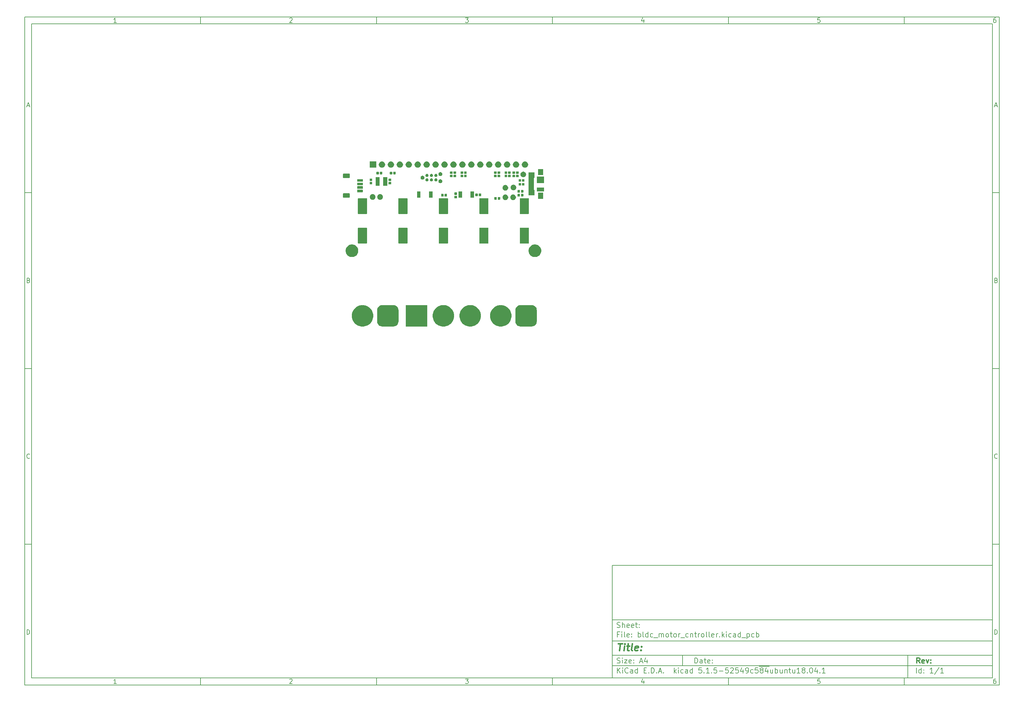
<source format=gbr>
G04 #@! TF.GenerationSoftware,KiCad,Pcbnew,5.1.5-52549c5~84~ubuntu18.04.1*
G04 #@! TF.CreationDate,2020-02-16T22:49:10+01:00*
G04 #@! TF.ProjectId,bldc_motor_cntroller,626c6463-5f6d-46f7-946f-725f636e7472,rev?*
G04 #@! TF.SameCoordinates,Original*
G04 #@! TF.FileFunction,Soldermask,Bot*
G04 #@! TF.FilePolarity,Negative*
%FSLAX46Y46*%
G04 Gerber Fmt 4.6, Leading zero omitted, Abs format (unit mm)*
G04 Created by KiCad (PCBNEW 5.1.5-52549c5~84~ubuntu18.04.1) date 2020-02-16 22:49:10*
%MOMM*%
%LPD*%
G04 APERTURE LIST*
%ADD10C,0.100000*%
%ADD11C,0.150000*%
%ADD12C,0.300000*%
%ADD13C,0.400000*%
G04 APERTURE END LIST*
D10*
D11*
X177002200Y-166007200D02*
X177002200Y-198007200D01*
X285002200Y-198007200D01*
X285002200Y-166007200D01*
X177002200Y-166007200D01*
D10*
D11*
X10000000Y-10000000D02*
X10000000Y-200007200D01*
X287002200Y-200007200D01*
X287002200Y-10000000D01*
X10000000Y-10000000D01*
D10*
D11*
X12000000Y-12000000D02*
X12000000Y-198007200D01*
X285002200Y-198007200D01*
X285002200Y-12000000D01*
X12000000Y-12000000D01*
D10*
D11*
X60000000Y-12000000D02*
X60000000Y-10000000D01*
D10*
D11*
X110000000Y-12000000D02*
X110000000Y-10000000D01*
D10*
D11*
X160000000Y-12000000D02*
X160000000Y-10000000D01*
D10*
D11*
X210000000Y-12000000D02*
X210000000Y-10000000D01*
D10*
D11*
X260000000Y-12000000D02*
X260000000Y-10000000D01*
D10*
D11*
X36065476Y-11588095D02*
X35322619Y-11588095D01*
X35694047Y-11588095D02*
X35694047Y-10288095D01*
X35570238Y-10473809D01*
X35446428Y-10597619D01*
X35322619Y-10659523D01*
D10*
D11*
X85322619Y-10411904D02*
X85384523Y-10350000D01*
X85508333Y-10288095D01*
X85817857Y-10288095D01*
X85941666Y-10350000D01*
X86003571Y-10411904D01*
X86065476Y-10535714D01*
X86065476Y-10659523D01*
X86003571Y-10845238D01*
X85260714Y-11588095D01*
X86065476Y-11588095D01*
D10*
D11*
X135260714Y-10288095D02*
X136065476Y-10288095D01*
X135632142Y-10783333D01*
X135817857Y-10783333D01*
X135941666Y-10845238D01*
X136003571Y-10907142D01*
X136065476Y-11030952D01*
X136065476Y-11340476D01*
X136003571Y-11464285D01*
X135941666Y-11526190D01*
X135817857Y-11588095D01*
X135446428Y-11588095D01*
X135322619Y-11526190D01*
X135260714Y-11464285D01*
D10*
D11*
X185941666Y-10721428D02*
X185941666Y-11588095D01*
X185632142Y-10226190D02*
X185322619Y-11154761D01*
X186127380Y-11154761D01*
D10*
D11*
X236003571Y-10288095D02*
X235384523Y-10288095D01*
X235322619Y-10907142D01*
X235384523Y-10845238D01*
X235508333Y-10783333D01*
X235817857Y-10783333D01*
X235941666Y-10845238D01*
X236003571Y-10907142D01*
X236065476Y-11030952D01*
X236065476Y-11340476D01*
X236003571Y-11464285D01*
X235941666Y-11526190D01*
X235817857Y-11588095D01*
X235508333Y-11588095D01*
X235384523Y-11526190D01*
X235322619Y-11464285D01*
D10*
D11*
X285941666Y-10288095D02*
X285694047Y-10288095D01*
X285570238Y-10350000D01*
X285508333Y-10411904D01*
X285384523Y-10597619D01*
X285322619Y-10845238D01*
X285322619Y-11340476D01*
X285384523Y-11464285D01*
X285446428Y-11526190D01*
X285570238Y-11588095D01*
X285817857Y-11588095D01*
X285941666Y-11526190D01*
X286003571Y-11464285D01*
X286065476Y-11340476D01*
X286065476Y-11030952D01*
X286003571Y-10907142D01*
X285941666Y-10845238D01*
X285817857Y-10783333D01*
X285570238Y-10783333D01*
X285446428Y-10845238D01*
X285384523Y-10907142D01*
X285322619Y-11030952D01*
D10*
D11*
X60000000Y-198007200D02*
X60000000Y-200007200D01*
D10*
D11*
X110000000Y-198007200D02*
X110000000Y-200007200D01*
D10*
D11*
X160000000Y-198007200D02*
X160000000Y-200007200D01*
D10*
D11*
X210000000Y-198007200D02*
X210000000Y-200007200D01*
D10*
D11*
X260000000Y-198007200D02*
X260000000Y-200007200D01*
D10*
D11*
X36065476Y-199595295D02*
X35322619Y-199595295D01*
X35694047Y-199595295D02*
X35694047Y-198295295D01*
X35570238Y-198481009D01*
X35446428Y-198604819D01*
X35322619Y-198666723D01*
D10*
D11*
X85322619Y-198419104D02*
X85384523Y-198357200D01*
X85508333Y-198295295D01*
X85817857Y-198295295D01*
X85941666Y-198357200D01*
X86003571Y-198419104D01*
X86065476Y-198542914D01*
X86065476Y-198666723D01*
X86003571Y-198852438D01*
X85260714Y-199595295D01*
X86065476Y-199595295D01*
D10*
D11*
X135260714Y-198295295D02*
X136065476Y-198295295D01*
X135632142Y-198790533D01*
X135817857Y-198790533D01*
X135941666Y-198852438D01*
X136003571Y-198914342D01*
X136065476Y-199038152D01*
X136065476Y-199347676D01*
X136003571Y-199471485D01*
X135941666Y-199533390D01*
X135817857Y-199595295D01*
X135446428Y-199595295D01*
X135322619Y-199533390D01*
X135260714Y-199471485D01*
D10*
D11*
X185941666Y-198728628D02*
X185941666Y-199595295D01*
X185632142Y-198233390D02*
X185322619Y-199161961D01*
X186127380Y-199161961D01*
D10*
D11*
X236003571Y-198295295D02*
X235384523Y-198295295D01*
X235322619Y-198914342D01*
X235384523Y-198852438D01*
X235508333Y-198790533D01*
X235817857Y-198790533D01*
X235941666Y-198852438D01*
X236003571Y-198914342D01*
X236065476Y-199038152D01*
X236065476Y-199347676D01*
X236003571Y-199471485D01*
X235941666Y-199533390D01*
X235817857Y-199595295D01*
X235508333Y-199595295D01*
X235384523Y-199533390D01*
X235322619Y-199471485D01*
D10*
D11*
X285941666Y-198295295D02*
X285694047Y-198295295D01*
X285570238Y-198357200D01*
X285508333Y-198419104D01*
X285384523Y-198604819D01*
X285322619Y-198852438D01*
X285322619Y-199347676D01*
X285384523Y-199471485D01*
X285446428Y-199533390D01*
X285570238Y-199595295D01*
X285817857Y-199595295D01*
X285941666Y-199533390D01*
X286003571Y-199471485D01*
X286065476Y-199347676D01*
X286065476Y-199038152D01*
X286003571Y-198914342D01*
X285941666Y-198852438D01*
X285817857Y-198790533D01*
X285570238Y-198790533D01*
X285446428Y-198852438D01*
X285384523Y-198914342D01*
X285322619Y-199038152D01*
D10*
D11*
X10000000Y-60000000D02*
X12000000Y-60000000D01*
D10*
D11*
X10000000Y-110000000D02*
X12000000Y-110000000D01*
D10*
D11*
X10000000Y-160000000D02*
X12000000Y-160000000D01*
D10*
D11*
X10690476Y-35216666D02*
X11309523Y-35216666D01*
X10566666Y-35588095D02*
X11000000Y-34288095D01*
X11433333Y-35588095D01*
D10*
D11*
X11092857Y-84907142D02*
X11278571Y-84969047D01*
X11340476Y-85030952D01*
X11402380Y-85154761D01*
X11402380Y-85340476D01*
X11340476Y-85464285D01*
X11278571Y-85526190D01*
X11154761Y-85588095D01*
X10659523Y-85588095D01*
X10659523Y-84288095D01*
X11092857Y-84288095D01*
X11216666Y-84350000D01*
X11278571Y-84411904D01*
X11340476Y-84535714D01*
X11340476Y-84659523D01*
X11278571Y-84783333D01*
X11216666Y-84845238D01*
X11092857Y-84907142D01*
X10659523Y-84907142D01*
D10*
D11*
X11402380Y-135464285D02*
X11340476Y-135526190D01*
X11154761Y-135588095D01*
X11030952Y-135588095D01*
X10845238Y-135526190D01*
X10721428Y-135402380D01*
X10659523Y-135278571D01*
X10597619Y-135030952D01*
X10597619Y-134845238D01*
X10659523Y-134597619D01*
X10721428Y-134473809D01*
X10845238Y-134350000D01*
X11030952Y-134288095D01*
X11154761Y-134288095D01*
X11340476Y-134350000D01*
X11402380Y-134411904D01*
D10*
D11*
X10659523Y-185588095D02*
X10659523Y-184288095D01*
X10969047Y-184288095D01*
X11154761Y-184350000D01*
X11278571Y-184473809D01*
X11340476Y-184597619D01*
X11402380Y-184845238D01*
X11402380Y-185030952D01*
X11340476Y-185278571D01*
X11278571Y-185402380D01*
X11154761Y-185526190D01*
X10969047Y-185588095D01*
X10659523Y-185588095D01*
D10*
D11*
X287002200Y-60000000D02*
X285002200Y-60000000D01*
D10*
D11*
X287002200Y-110000000D02*
X285002200Y-110000000D01*
D10*
D11*
X287002200Y-160000000D02*
X285002200Y-160000000D01*
D10*
D11*
X285692676Y-35216666D02*
X286311723Y-35216666D01*
X285568866Y-35588095D02*
X286002200Y-34288095D01*
X286435533Y-35588095D01*
D10*
D11*
X286095057Y-84907142D02*
X286280771Y-84969047D01*
X286342676Y-85030952D01*
X286404580Y-85154761D01*
X286404580Y-85340476D01*
X286342676Y-85464285D01*
X286280771Y-85526190D01*
X286156961Y-85588095D01*
X285661723Y-85588095D01*
X285661723Y-84288095D01*
X286095057Y-84288095D01*
X286218866Y-84350000D01*
X286280771Y-84411904D01*
X286342676Y-84535714D01*
X286342676Y-84659523D01*
X286280771Y-84783333D01*
X286218866Y-84845238D01*
X286095057Y-84907142D01*
X285661723Y-84907142D01*
D10*
D11*
X286404580Y-135464285D02*
X286342676Y-135526190D01*
X286156961Y-135588095D01*
X286033152Y-135588095D01*
X285847438Y-135526190D01*
X285723628Y-135402380D01*
X285661723Y-135278571D01*
X285599819Y-135030952D01*
X285599819Y-134845238D01*
X285661723Y-134597619D01*
X285723628Y-134473809D01*
X285847438Y-134350000D01*
X286033152Y-134288095D01*
X286156961Y-134288095D01*
X286342676Y-134350000D01*
X286404580Y-134411904D01*
D10*
D11*
X285661723Y-185588095D02*
X285661723Y-184288095D01*
X285971247Y-184288095D01*
X286156961Y-184350000D01*
X286280771Y-184473809D01*
X286342676Y-184597619D01*
X286404580Y-184845238D01*
X286404580Y-185030952D01*
X286342676Y-185278571D01*
X286280771Y-185402380D01*
X286156961Y-185526190D01*
X285971247Y-185588095D01*
X285661723Y-185588095D01*
D10*
D11*
X200434342Y-193785771D02*
X200434342Y-192285771D01*
X200791485Y-192285771D01*
X201005771Y-192357200D01*
X201148628Y-192500057D01*
X201220057Y-192642914D01*
X201291485Y-192928628D01*
X201291485Y-193142914D01*
X201220057Y-193428628D01*
X201148628Y-193571485D01*
X201005771Y-193714342D01*
X200791485Y-193785771D01*
X200434342Y-193785771D01*
X202577200Y-193785771D02*
X202577200Y-193000057D01*
X202505771Y-192857200D01*
X202362914Y-192785771D01*
X202077200Y-192785771D01*
X201934342Y-192857200D01*
X202577200Y-193714342D02*
X202434342Y-193785771D01*
X202077200Y-193785771D01*
X201934342Y-193714342D01*
X201862914Y-193571485D01*
X201862914Y-193428628D01*
X201934342Y-193285771D01*
X202077200Y-193214342D01*
X202434342Y-193214342D01*
X202577200Y-193142914D01*
X203077200Y-192785771D02*
X203648628Y-192785771D01*
X203291485Y-192285771D02*
X203291485Y-193571485D01*
X203362914Y-193714342D01*
X203505771Y-193785771D01*
X203648628Y-193785771D01*
X204720057Y-193714342D02*
X204577200Y-193785771D01*
X204291485Y-193785771D01*
X204148628Y-193714342D01*
X204077200Y-193571485D01*
X204077200Y-193000057D01*
X204148628Y-192857200D01*
X204291485Y-192785771D01*
X204577200Y-192785771D01*
X204720057Y-192857200D01*
X204791485Y-193000057D01*
X204791485Y-193142914D01*
X204077200Y-193285771D01*
X205434342Y-193642914D02*
X205505771Y-193714342D01*
X205434342Y-193785771D01*
X205362914Y-193714342D01*
X205434342Y-193642914D01*
X205434342Y-193785771D01*
X205434342Y-192857200D02*
X205505771Y-192928628D01*
X205434342Y-193000057D01*
X205362914Y-192928628D01*
X205434342Y-192857200D01*
X205434342Y-193000057D01*
D10*
D11*
X177002200Y-194507200D02*
X285002200Y-194507200D01*
D10*
D11*
X178434342Y-196585771D02*
X178434342Y-195085771D01*
X179291485Y-196585771D02*
X178648628Y-195728628D01*
X179291485Y-195085771D02*
X178434342Y-195942914D01*
X179934342Y-196585771D02*
X179934342Y-195585771D01*
X179934342Y-195085771D02*
X179862914Y-195157200D01*
X179934342Y-195228628D01*
X180005771Y-195157200D01*
X179934342Y-195085771D01*
X179934342Y-195228628D01*
X181505771Y-196442914D02*
X181434342Y-196514342D01*
X181220057Y-196585771D01*
X181077200Y-196585771D01*
X180862914Y-196514342D01*
X180720057Y-196371485D01*
X180648628Y-196228628D01*
X180577200Y-195942914D01*
X180577200Y-195728628D01*
X180648628Y-195442914D01*
X180720057Y-195300057D01*
X180862914Y-195157200D01*
X181077200Y-195085771D01*
X181220057Y-195085771D01*
X181434342Y-195157200D01*
X181505771Y-195228628D01*
X182791485Y-196585771D02*
X182791485Y-195800057D01*
X182720057Y-195657200D01*
X182577200Y-195585771D01*
X182291485Y-195585771D01*
X182148628Y-195657200D01*
X182791485Y-196514342D02*
X182648628Y-196585771D01*
X182291485Y-196585771D01*
X182148628Y-196514342D01*
X182077200Y-196371485D01*
X182077200Y-196228628D01*
X182148628Y-196085771D01*
X182291485Y-196014342D01*
X182648628Y-196014342D01*
X182791485Y-195942914D01*
X184148628Y-196585771D02*
X184148628Y-195085771D01*
X184148628Y-196514342D02*
X184005771Y-196585771D01*
X183720057Y-196585771D01*
X183577200Y-196514342D01*
X183505771Y-196442914D01*
X183434342Y-196300057D01*
X183434342Y-195871485D01*
X183505771Y-195728628D01*
X183577200Y-195657200D01*
X183720057Y-195585771D01*
X184005771Y-195585771D01*
X184148628Y-195657200D01*
X186005771Y-195800057D02*
X186505771Y-195800057D01*
X186720057Y-196585771D02*
X186005771Y-196585771D01*
X186005771Y-195085771D01*
X186720057Y-195085771D01*
X187362914Y-196442914D02*
X187434342Y-196514342D01*
X187362914Y-196585771D01*
X187291485Y-196514342D01*
X187362914Y-196442914D01*
X187362914Y-196585771D01*
X188077200Y-196585771D02*
X188077200Y-195085771D01*
X188434342Y-195085771D01*
X188648628Y-195157200D01*
X188791485Y-195300057D01*
X188862914Y-195442914D01*
X188934342Y-195728628D01*
X188934342Y-195942914D01*
X188862914Y-196228628D01*
X188791485Y-196371485D01*
X188648628Y-196514342D01*
X188434342Y-196585771D01*
X188077200Y-196585771D01*
X189577200Y-196442914D02*
X189648628Y-196514342D01*
X189577200Y-196585771D01*
X189505771Y-196514342D01*
X189577200Y-196442914D01*
X189577200Y-196585771D01*
X190220057Y-196157200D02*
X190934342Y-196157200D01*
X190077200Y-196585771D02*
X190577200Y-195085771D01*
X191077200Y-196585771D01*
X191577200Y-196442914D02*
X191648628Y-196514342D01*
X191577200Y-196585771D01*
X191505771Y-196514342D01*
X191577200Y-196442914D01*
X191577200Y-196585771D01*
X194577200Y-196585771D02*
X194577200Y-195085771D01*
X194720057Y-196014342D02*
X195148628Y-196585771D01*
X195148628Y-195585771D02*
X194577200Y-196157200D01*
X195791485Y-196585771D02*
X195791485Y-195585771D01*
X195791485Y-195085771D02*
X195720057Y-195157200D01*
X195791485Y-195228628D01*
X195862914Y-195157200D01*
X195791485Y-195085771D01*
X195791485Y-195228628D01*
X197148628Y-196514342D02*
X197005771Y-196585771D01*
X196720057Y-196585771D01*
X196577200Y-196514342D01*
X196505771Y-196442914D01*
X196434342Y-196300057D01*
X196434342Y-195871485D01*
X196505771Y-195728628D01*
X196577200Y-195657200D01*
X196720057Y-195585771D01*
X197005771Y-195585771D01*
X197148628Y-195657200D01*
X198434342Y-196585771D02*
X198434342Y-195800057D01*
X198362914Y-195657200D01*
X198220057Y-195585771D01*
X197934342Y-195585771D01*
X197791485Y-195657200D01*
X198434342Y-196514342D02*
X198291485Y-196585771D01*
X197934342Y-196585771D01*
X197791485Y-196514342D01*
X197720057Y-196371485D01*
X197720057Y-196228628D01*
X197791485Y-196085771D01*
X197934342Y-196014342D01*
X198291485Y-196014342D01*
X198434342Y-195942914D01*
X199791485Y-196585771D02*
X199791485Y-195085771D01*
X199791485Y-196514342D02*
X199648628Y-196585771D01*
X199362914Y-196585771D01*
X199220057Y-196514342D01*
X199148628Y-196442914D01*
X199077200Y-196300057D01*
X199077200Y-195871485D01*
X199148628Y-195728628D01*
X199220057Y-195657200D01*
X199362914Y-195585771D01*
X199648628Y-195585771D01*
X199791485Y-195657200D01*
X202362914Y-195085771D02*
X201648628Y-195085771D01*
X201577200Y-195800057D01*
X201648628Y-195728628D01*
X201791485Y-195657200D01*
X202148628Y-195657200D01*
X202291485Y-195728628D01*
X202362914Y-195800057D01*
X202434342Y-195942914D01*
X202434342Y-196300057D01*
X202362914Y-196442914D01*
X202291485Y-196514342D01*
X202148628Y-196585771D01*
X201791485Y-196585771D01*
X201648628Y-196514342D01*
X201577200Y-196442914D01*
X203077200Y-196442914D02*
X203148628Y-196514342D01*
X203077200Y-196585771D01*
X203005771Y-196514342D01*
X203077200Y-196442914D01*
X203077200Y-196585771D01*
X204577200Y-196585771D02*
X203720057Y-196585771D01*
X204148628Y-196585771D02*
X204148628Y-195085771D01*
X204005771Y-195300057D01*
X203862914Y-195442914D01*
X203720057Y-195514342D01*
X205220057Y-196442914D02*
X205291485Y-196514342D01*
X205220057Y-196585771D01*
X205148628Y-196514342D01*
X205220057Y-196442914D01*
X205220057Y-196585771D01*
X206648628Y-195085771D02*
X205934342Y-195085771D01*
X205862914Y-195800057D01*
X205934342Y-195728628D01*
X206077200Y-195657200D01*
X206434342Y-195657200D01*
X206577200Y-195728628D01*
X206648628Y-195800057D01*
X206720057Y-195942914D01*
X206720057Y-196300057D01*
X206648628Y-196442914D01*
X206577200Y-196514342D01*
X206434342Y-196585771D01*
X206077200Y-196585771D01*
X205934342Y-196514342D01*
X205862914Y-196442914D01*
X207362914Y-196014342D02*
X208505771Y-196014342D01*
X209934342Y-195085771D02*
X209220057Y-195085771D01*
X209148628Y-195800057D01*
X209220057Y-195728628D01*
X209362914Y-195657200D01*
X209720057Y-195657200D01*
X209862914Y-195728628D01*
X209934342Y-195800057D01*
X210005771Y-195942914D01*
X210005771Y-196300057D01*
X209934342Y-196442914D01*
X209862914Y-196514342D01*
X209720057Y-196585771D01*
X209362914Y-196585771D01*
X209220057Y-196514342D01*
X209148628Y-196442914D01*
X210577200Y-195228628D02*
X210648628Y-195157200D01*
X210791485Y-195085771D01*
X211148628Y-195085771D01*
X211291485Y-195157200D01*
X211362914Y-195228628D01*
X211434342Y-195371485D01*
X211434342Y-195514342D01*
X211362914Y-195728628D01*
X210505771Y-196585771D01*
X211434342Y-196585771D01*
X212791485Y-195085771D02*
X212077200Y-195085771D01*
X212005771Y-195800057D01*
X212077200Y-195728628D01*
X212220057Y-195657200D01*
X212577200Y-195657200D01*
X212720057Y-195728628D01*
X212791485Y-195800057D01*
X212862914Y-195942914D01*
X212862914Y-196300057D01*
X212791485Y-196442914D01*
X212720057Y-196514342D01*
X212577200Y-196585771D01*
X212220057Y-196585771D01*
X212077200Y-196514342D01*
X212005771Y-196442914D01*
X214148628Y-195585771D02*
X214148628Y-196585771D01*
X213791485Y-195014342D02*
X213434342Y-196085771D01*
X214362914Y-196085771D01*
X215005771Y-196585771D02*
X215291485Y-196585771D01*
X215434342Y-196514342D01*
X215505771Y-196442914D01*
X215648628Y-196228628D01*
X215720057Y-195942914D01*
X215720057Y-195371485D01*
X215648628Y-195228628D01*
X215577200Y-195157200D01*
X215434342Y-195085771D01*
X215148628Y-195085771D01*
X215005771Y-195157200D01*
X214934342Y-195228628D01*
X214862914Y-195371485D01*
X214862914Y-195728628D01*
X214934342Y-195871485D01*
X215005771Y-195942914D01*
X215148628Y-196014342D01*
X215434342Y-196014342D01*
X215577200Y-195942914D01*
X215648628Y-195871485D01*
X215720057Y-195728628D01*
X217005771Y-196514342D02*
X216862914Y-196585771D01*
X216577200Y-196585771D01*
X216434342Y-196514342D01*
X216362914Y-196442914D01*
X216291485Y-196300057D01*
X216291485Y-195871485D01*
X216362914Y-195728628D01*
X216434342Y-195657200D01*
X216577200Y-195585771D01*
X216862914Y-195585771D01*
X217005771Y-195657200D01*
X218362914Y-195085771D02*
X217648628Y-195085771D01*
X217577200Y-195800057D01*
X217648628Y-195728628D01*
X217791485Y-195657200D01*
X218148628Y-195657200D01*
X218291485Y-195728628D01*
X218362914Y-195800057D01*
X218434342Y-195942914D01*
X218434342Y-196300057D01*
X218362914Y-196442914D01*
X218291485Y-196514342D01*
X218148628Y-196585771D01*
X217791485Y-196585771D01*
X217648628Y-196514342D01*
X217577200Y-196442914D01*
X218720057Y-194677200D02*
X220148628Y-194677200D01*
X219291485Y-195728628D02*
X219148628Y-195657200D01*
X219077200Y-195585771D01*
X219005771Y-195442914D01*
X219005771Y-195371485D01*
X219077200Y-195228628D01*
X219148628Y-195157200D01*
X219291485Y-195085771D01*
X219577200Y-195085771D01*
X219720057Y-195157200D01*
X219791485Y-195228628D01*
X219862914Y-195371485D01*
X219862914Y-195442914D01*
X219791485Y-195585771D01*
X219720057Y-195657200D01*
X219577200Y-195728628D01*
X219291485Y-195728628D01*
X219148628Y-195800057D01*
X219077200Y-195871485D01*
X219005771Y-196014342D01*
X219005771Y-196300057D01*
X219077200Y-196442914D01*
X219148628Y-196514342D01*
X219291485Y-196585771D01*
X219577200Y-196585771D01*
X219720057Y-196514342D01*
X219791485Y-196442914D01*
X219862914Y-196300057D01*
X219862914Y-196014342D01*
X219791485Y-195871485D01*
X219720057Y-195800057D01*
X219577200Y-195728628D01*
X220148628Y-194677200D02*
X221577199Y-194677200D01*
X221148628Y-195585771D02*
X221148628Y-196585771D01*
X220791485Y-195014342D02*
X220434342Y-196085771D01*
X221362914Y-196085771D01*
X222577199Y-195585771D02*
X222577199Y-196585771D01*
X221934342Y-195585771D02*
X221934342Y-196371485D01*
X222005771Y-196514342D01*
X222148628Y-196585771D01*
X222362914Y-196585771D01*
X222505771Y-196514342D01*
X222577199Y-196442914D01*
X223291485Y-196585771D02*
X223291485Y-195085771D01*
X223291485Y-195657200D02*
X223434342Y-195585771D01*
X223720057Y-195585771D01*
X223862914Y-195657200D01*
X223934342Y-195728628D01*
X224005771Y-195871485D01*
X224005771Y-196300057D01*
X223934342Y-196442914D01*
X223862914Y-196514342D01*
X223720057Y-196585771D01*
X223434342Y-196585771D01*
X223291485Y-196514342D01*
X225291485Y-195585771D02*
X225291485Y-196585771D01*
X224648628Y-195585771D02*
X224648628Y-196371485D01*
X224720057Y-196514342D01*
X224862914Y-196585771D01*
X225077199Y-196585771D01*
X225220057Y-196514342D01*
X225291485Y-196442914D01*
X226005771Y-195585771D02*
X226005771Y-196585771D01*
X226005771Y-195728628D02*
X226077199Y-195657200D01*
X226220057Y-195585771D01*
X226434342Y-195585771D01*
X226577199Y-195657200D01*
X226648628Y-195800057D01*
X226648628Y-196585771D01*
X227148628Y-195585771D02*
X227720057Y-195585771D01*
X227362914Y-195085771D02*
X227362914Y-196371485D01*
X227434342Y-196514342D01*
X227577200Y-196585771D01*
X227720057Y-196585771D01*
X228862914Y-195585771D02*
X228862914Y-196585771D01*
X228220057Y-195585771D02*
X228220057Y-196371485D01*
X228291485Y-196514342D01*
X228434342Y-196585771D01*
X228648628Y-196585771D01*
X228791485Y-196514342D01*
X228862914Y-196442914D01*
X230362914Y-196585771D02*
X229505771Y-196585771D01*
X229934342Y-196585771D02*
X229934342Y-195085771D01*
X229791485Y-195300057D01*
X229648628Y-195442914D01*
X229505771Y-195514342D01*
X231220057Y-195728628D02*
X231077199Y-195657200D01*
X231005771Y-195585771D01*
X230934342Y-195442914D01*
X230934342Y-195371485D01*
X231005771Y-195228628D01*
X231077199Y-195157200D01*
X231220057Y-195085771D01*
X231505771Y-195085771D01*
X231648628Y-195157200D01*
X231720057Y-195228628D01*
X231791485Y-195371485D01*
X231791485Y-195442914D01*
X231720057Y-195585771D01*
X231648628Y-195657200D01*
X231505771Y-195728628D01*
X231220057Y-195728628D01*
X231077199Y-195800057D01*
X231005771Y-195871485D01*
X230934342Y-196014342D01*
X230934342Y-196300057D01*
X231005771Y-196442914D01*
X231077199Y-196514342D01*
X231220057Y-196585771D01*
X231505771Y-196585771D01*
X231648628Y-196514342D01*
X231720057Y-196442914D01*
X231791485Y-196300057D01*
X231791485Y-196014342D01*
X231720057Y-195871485D01*
X231648628Y-195800057D01*
X231505771Y-195728628D01*
X232434342Y-196442914D02*
X232505771Y-196514342D01*
X232434342Y-196585771D01*
X232362914Y-196514342D01*
X232434342Y-196442914D01*
X232434342Y-196585771D01*
X233434342Y-195085771D02*
X233577199Y-195085771D01*
X233720057Y-195157200D01*
X233791485Y-195228628D01*
X233862914Y-195371485D01*
X233934342Y-195657200D01*
X233934342Y-196014342D01*
X233862914Y-196300057D01*
X233791485Y-196442914D01*
X233720057Y-196514342D01*
X233577199Y-196585771D01*
X233434342Y-196585771D01*
X233291485Y-196514342D01*
X233220057Y-196442914D01*
X233148628Y-196300057D01*
X233077199Y-196014342D01*
X233077199Y-195657200D01*
X233148628Y-195371485D01*
X233220057Y-195228628D01*
X233291485Y-195157200D01*
X233434342Y-195085771D01*
X235220057Y-195585771D02*
X235220057Y-196585771D01*
X234862914Y-195014342D02*
X234505771Y-196085771D01*
X235434342Y-196085771D01*
X236005771Y-196442914D02*
X236077199Y-196514342D01*
X236005771Y-196585771D01*
X235934342Y-196514342D01*
X236005771Y-196442914D01*
X236005771Y-196585771D01*
X237505771Y-196585771D02*
X236648628Y-196585771D01*
X237077199Y-196585771D02*
X237077199Y-195085771D01*
X236934342Y-195300057D01*
X236791485Y-195442914D01*
X236648628Y-195514342D01*
D10*
D11*
X177002200Y-191507200D02*
X285002200Y-191507200D01*
D10*
D12*
X264411485Y-193785771D02*
X263911485Y-193071485D01*
X263554342Y-193785771D02*
X263554342Y-192285771D01*
X264125771Y-192285771D01*
X264268628Y-192357200D01*
X264340057Y-192428628D01*
X264411485Y-192571485D01*
X264411485Y-192785771D01*
X264340057Y-192928628D01*
X264268628Y-193000057D01*
X264125771Y-193071485D01*
X263554342Y-193071485D01*
X265625771Y-193714342D02*
X265482914Y-193785771D01*
X265197200Y-193785771D01*
X265054342Y-193714342D01*
X264982914Y-193571485D01*
X264982914Y-193000057D01*
X265054342Y-192857200D01*
X265197200Y-192785771D01*
X265482914Y-192785771D01*
X265625771Y-192857200D01*
X265697200Y-193000057D01*
X265697200Y-193142914D01*
X264982914Y-193285771D01*
X266197200Y-192785771D02*
X266554342Y-193785771D01*
X266911485Y-192785771D01*
X267482914Y-193642914D02*
X267554342Y-193714342D01*
X267482914Y-193785771D01*
X267411485Y-193714342D01*
X267482914Y-193642914D01*
X267482914Y-193785771D01*
X267482914Y-192857200D02*
X267554342Y-192928628D01*
X267482914Y-193000057D01*
X267411485Y-192928628D01*
X267482914Y-192857200D01*
X267482914Y-193000057D01*
D10*
D11*
X178362914Y-193714342D02*
X178577200Y-193785771D01*
X178934342Y-193785771D01*
X179077200Y-193714342D01*
X179148628Y-193642914D01*
X179220057Y-193500057D01*
X179220057Y-193357200D01*
X179148628Y-193214342D01*
X179077200Y-193142914D01*
X178934342Y-193071485D01*
X178648628Y-193000057D01*
X178505771Y-192928628D01*
X178434342Y-192857200D01*
X178362914Y-192714342D01*
X178362914Y-192571485D01*
X178434342Y-192428628D01*
X178505771Y-192357200D01*
X178648628Y-192285771D01*
X179005771Y-192285771D01*
X179220057Y-192357200D01*
X179862914Y-193785771D02*
X179862914Y-192785771D01*
X179862914Y-192285771D02*
X179791485Y-192357200D01*
X179862914Y-192428628D01*
X179934342Y-192357200D01*
X179862914Y-192285771D01*
X179862914Y-192428628D01*
X180434342Y-192785771D02*
X181220057Y-192785771D01*
X180434342Y-193785771D01*
X181220057Y-193785771D01*
X182362914Y-193714342D02*
X182220057Y-193785771D01*
X181934342Y-193785771D01*
X181791485Y-193714342D01*
X181720057Y-193571485D01*
X181720057Y-193000057D01*
X181791485Y-192857200D01*
X181934342Y-192785771D01*
X182220057Y-192785771D01*
X182362914Y-192857200D01*
X182434342Y-193000057D01*
X182434342Y-193142914D01*
X181720057Y-193285771D01*
X183077200Y-193642914D02*
X183148628Y-193714342D01*
X183077200Y-193785771D01*
X183005771Y-193714342D01*
X183077200Y-193642914D01*
X183077200Y-193785771D01*
X183077200Y-192857200D02*
X183148628Y-192928628D01*
X183077200Y-193000057D01*
X183005771Y-192928628D01*
X183077200Y-192857200D01*
X183077200Y-193000057D01*
X184862914Y-193357200D02*
X185577200Y-193357200D01*
X184720057Y-193785771D02*
X185220057Y-192285771D01*
X185720057Y-193785771D01*
X186862914Y-192785771D02*
X186862914Y-193785771D01*
X186505771Y-192214342D02*
X186148628Y-193285771D01*
X187077200Y-193285771D01*
D10*
D11*
X263434342Y-196585771D02*
X263434342Y-195085771D01*
X264791485Y-196585771D02*
X264791485Y-195085771D01*
X264791485Y-196514342D02*
X264648628Y-196585771D01*
X264362914Y-196585771D01*
X264220057Y-196514342D01*
X264148628Y-196442914D01*
X264077200Y-196300057D01*
X264077200Y-195871485D01*
X264148628Y-195728628D01*
X264220057Y-195657200D01*
X264362914Y-195585771D01*
X264648628Y-195585771D01*
X264791485Y-195657200D01*
X265505771Y-196442914D02*
X265577200Y-196514342D01*
X265505771Y-196585771D01*
X265434342Y-196514342D01*
X265505771Y-196442914D01*
X265505771Y-196585771D01*
X265505771Y-195657200D02*
X265577200Y-195728628D01*
X265505771Y-195800057D01*
X265434342Y-195728628D01*
X265505771Y-195657200D01*
X265505771Y-195800057D01*
X268148628Y-196585771D02*
X267291485Y-196585771D01*
X267720057Y-196585771D02*
X267720057Y-195085771D01*
X267577200Y-195300057D01*
X267434342Y-195442914D01*
X267291485Y-195514342D01*
X269862914Y-195014342D02*
X268577200Y-196942914D01*
X271148628Y-196585771D02*
X270291485Y-196585771D01*
X270720057Y-196585771D02*
X270720057Y-195085771D01*
X270577200Y-195300057D01*
X270434342Y-195442914D01*
X270291485Y-195514342D01*
D10*
D11*
X177002200Y-187507200D02*
X285002200Y-187507200D01*
D10*
D13*
X178714580Y-188211961D02*
X179857438Y-188211961D01*
X179036009Y-190211961D02*
X179286009Y-188211961D01*
X180274104Y-190211961D02*
X180440771Y-188878628D01*
X180524104Y-188211961D02*
X180416961Y-188307200D01*
X180500295Y-188402438D01*
X180607438Y-188307200D01*
X180524104Y-188211961D01*
X180500295Y-188402438D01*
X181107438Y-188878628D02*
X181869342Y-188878628D01*
X181476485Y-188211961D02*
X181262200Y-189926247D01*
X181333628Y-190116723D01*
X181512200Y-190211961D01*
X181702676Y-190211961D01*
X182655057Y-190211961D02*
X182476485Y-190116723D01*
X182405057Y-189926247D01*
X182619342Y-188211961D01*
X184190771Y-190116723D02*
X183988390Y-190211961D01*
X183607438Y-190211961D01*
X183428866Y-190116723D01*
X183357438Y-189926247D01*
X183452676Y-189164342D01*
X183571723Y-188973866D01*
X183774104Y-188878628D01*
X184155057Y-188878628D01*
X184333628Y-188973866D01*
X184405057Y-189164342D01*
X184381247Y-189354819D01*
X183405057Y-189545295D01*
X185155057Y-190021485D02*
X185238390Y-190116723D01*
X185131247Y-190211961D01*
X185047914Y-190116723D01*
X185155057Y-190021485D01*
X185131247Y-190211961D01*
X185286009Y-188973866D02*
X185369342Y-189069104D01*
X185262200Y-189164342D01*
X185178866Y-189069104D01*
X185286009Y-188973866D01*
X185262200Y-189164342D01*
D10*
D11*
X178934342Y-185600057D02*
X178434342Y-185600057D01*
X178434342Y-186385771D02*
X178434342Y-184885771D01*
X179148628Y-184885771D01*
X179720057Y-186385771D02*
X179720057Y-185385771D01*
X179720057Y-184885771D02*
X179648628Y-184957200D01*
X179720057Y-185028628D01*
X179791485Y-184957200D01*
X179720057Y-184885771D01*
X179720057Y-185028628D01*
X180648628Y-186385771D02*
X180505771Y-186314342D01*
X180434342Y-186171485D01*
X180434342Y-184885771D01*
X181791485Y-186314342D02*
X181648628Y-186385771D01*
X181362914Y-186385771D01*
X181220057Y-186314342D01*
X181148628Y-186171485D01*
X181148628Y-185600057D01*
X181220057Y-185457200D01*
X181362914Y-185385771D01*
X181648628Y-185385771D01*
X181791485Y-185457200D01*
X181862914Y-185600057D01*
X181862914Y-185742914D01*
X181148628Y-185885771D01*
X182505771Y-186242914D02*
X182577200Y-186314342D01*
X182505771Y-186385771D01*
X182434342Y-186314342D01*
X182505771Y-186242914D01*
X182505771Y-186385771D01*
X182505771Y-185457200D02*
X182577200Y-185528628D01*
X182505771Y-185600057D01*
X182434342Y-185528628D01*
X182505771Y-185457200D01*
X182505771Y-185600057D01*
X184362914Y-186385771D02*
X184362914Y-184885771D01*
X184362914Y-185457200D02*
X184505771Y-185385771D01*
X184791485Y-185385771D01*
X184934342Y-185457200D01*
X185005771Y-185528628D01*
X185077200Y-185671485D01*
X185077200Y-186100057D01*
X185005771Y-186242914D01*
X184934342Y-186314342D01*
X184791485Y-186385771D01*
X184505771Y-186385771D01*
X184362914Y-186314342D01*
X185934342Y-186385771D02*
X185791485Y-186314342D01*
X185720057Y-186171485D01*
X185720057Y-184885771D01*
X187148628Y-186385771D02*
X187148628Y-184885771D01*
X187148628Y-186314342D02*
X187005771Y-186385771D01*
X186720057Y-186385771D01*
X186577200Y-186314342D01*
X186505771Y-186242914D01*
X186434342Y-186100057D01*
X186434342Y-185671485D01*
X186505771Y-185528628D01*
X186577200Y-185457200D01*
X186720057Y-185385771D01*
X187005771Y-185385771D01*
X187148628Y-185457200D01*
X188505771Y-186314342D02*
X188362914Y-186385771D01*
X188077200Y-186385771D01*
X187934342Y-186314342D01*
X187862914Y-186242914D01*
X187791485Y-186100057D01*
X187791485Y-185671485D01*
X187862914Y-185528628D01*
X187934342Y-185457200D01*
X188077200Y-185385771D01*
X188362914Y-185385771D01*
X188505771Y-185457200D01*
X188791485Y-186528628D02*
X189934342Y-186528628D01*
X190291485Y-186385771D02*
X190291485Y-185385771D01*
X190291485Y-185528628D02*
X190362914Y-185457200D01*
X190505771Y-185385771D01*
X190720057Y-185385771D01*
X190862914Y-185457200D01*
X190934342Y-185600057D01*
X190934342Y-186385771D01*
X190934342Y-185600057D02*
X191005771Y-185457200D01*
X191148628Y-185385771D01*
X191362914Y-185385771D01*
X191505771Y-185457200D01*
X191577200Y-185600057D01*
X191577200Y-186385771D01*
X192505771Y-186385771D02*
X192362914Y-186314342D01*
X192291485Y-186242914D01*
X192220057Y-186100057D01*
X192220057Y-185671485D01*
X192291485Y-185528628D01*
X192362914Y-185457200D01*
X192505771Y-185385771D01*
X192720057Y-185385771D01*
X192862914Y-185457200D01*
X192934342Y-185528628D01*
X193005771Y-185671485D01*
X193005771Y-186100057D01*
X192934342Y-186242914D01*
X192862914Y-186314342D01*
X192720057Y-186385771D01*
X192505771Y-186385771D01*
X193434342Y-185385771D02*
X194005771Y-185385771D01*
X193648628Y-184885771D02*
X193648628Y-186171485D01*
X193720057Y-186314342D01*
X193862914Y-186385771D01*
X194005771Y-186385771D01*
X194720057Y-186385771D02*
X194577200Y-186314342D01*
X194505771Y-186242914D01*
X194434342Y-186100057D01*
X194434342Y-185671485D01*
X194505771Y-185528628D01*
X194577200Y-185457200D01*
X194720057Y-185385771D01*
X194934342Y-185385771D01*
X195077200Y-185457200D01*
X195148628Y-185528628D01*
X195220057Y-185671485D01*
X195220057Y-186100057D01*
X195148628Y-186242914D01*
X195077200Y-186314342D01*
X194934342Y-186385771D01*
X194720057Y-186385771D01*
X195862914Y-186385771D02*
X195862914Y-185385771D01*
X195862914Y-185671485D02*
X195934342Y-185528628D01*
X196005771Y-185457200D01*
X196148628Y-185385771D01*
X196291485Y-185385771D01*
X196434342Y-186528628D02*
X197577200Y-186528628D01*
X198577200Y-186314342D02*
X198434342Y-186385771D01*
X198148628Y-186385771D01*
X198005771Y-186314342D01*
X197934342Y-186242914D01*
X197862914Y-186100057D01*
X197862914Y-185671485D01*
X197934342Y-185528628D01*
X198005771Y-185457200D01*
X198148628Y-185385771D01*
X198434342Y-185385771D01*
X198577200Y-185457200D01*
X199220057Y-185385771D02*
X199220057Y-186385771D01*
X199220057Y-185528628D02*
X199291485Y-185457200D01*
X199434342Y-185385771D01*
X199648628Y-185385771D01*
X199791485Y-185457200D01*
X199862914Y-185600057D01*
X199862914Y-186385771D01*
X200362914Y-185385771D02*
X200934342Y-185385771D01*
X200577200Y-184885771D02*
X200577200Y-186171485D01*
X200648628Y-186314342D01*
X200791485Y-186385771D01*
X200934342Y-186385771D01*
X201434342Y-186385771D02*
X201434342Y-185385771D01*
X201434342Y-185671485D02*
X201505771Y-185528628D01*
X201577200Y-185457200D01*
X201720057Y-185385771D01*
X201862914Y-185385771D01*
X202577200Y-186385771D02*
X202434342Y-186314342D01*
X202362914Y-186242914D01*
X202291485Y-186100057D01*
X202291485Y-185671485D01*
X202362914Y-185528628D01*
X202434342Y-185457200D01*
X202577200Y-185385771D01*
X202791485Y-185385771D01*
X202934342Y-185457200D01*
X203005771Y-185528628D01*
X203077200Y-185671485D01*
X203077200Y-186100057D01*
X203005771Y-186242914D01*
X202934342Y-186314342D01*
X202791485Y-186385771D01*
X202577200Y-186385771D01*
X203934342Y-186385771D02*
X203791485Y-186314342D01*
X203720057Y-186171485D01*
X203720057Y-184885771D01*
X204720057Y-186385771D02*
X204577200Y-186314342D01*
X204505771Y-186171485D01*
X204505771Y-184885771D01*
X205862914Y-186314342D02*
X205720057Y-186385771D01*
X205434342Y-186385771D01*
X205291485Y-186314342D01*
X205220057Y-186171485D01*
X205220057Y-185600057D01*
X205291485Y-185457200D01*
X205434342Y-185385771D01*
X205720057Y-185385771D01*
X205862914Y-185457200D01*
X205934342Y-185600057D01*
X205934342Y-185742914D01*
X205220057Y-185885771D01*
X206577200Y-186385771D02*
X206577200Y-185385771D01*
X206577200Y-185671485D02*
X206648628Y-185528628D01*
X206720057Y-185457200D01*
X206862914Y-185385771D01*
X207005771Y-185385771D01*
X207505771Y-186242914D02*
X207577200Y-186314342D01*
X207505771Y-186385771D01*
X207434342Y-186314342D01*
X207505771Y-186242914D01*
X207505771Y-186385771D01*
X208220057Y-186385771D02*
X208220057Y-184885771D01*
X208362914Y-185814342D02*
X208791485Y-186385771D01*
X208791485Y-185385771D02*
X208220057Y-185957200D01*
X209434342Y-186385771D02*
X209434342Y-185385771D01*
X209434342Y-184885771D02*
X209362914Y-184957200D01*
X209434342Y-185028628D01*
X209505771Y-184957200D01*
X209434342Y-184885771D01*
X209434342Y-185028628D01*
X210791485Y-186314342D02*
X210648628Y-186385771D01*
X210362914Y-186385771D01*
X210220057Y-186314342D01*
X210148628Y-186242914D01*
X210077200Y-186100057D01*
X210077200Y-185671485D01*
X210148628Y-185528628D01*
X210220057Y-185457200D01*
X210362914Y-185385771D01*
X210648628Y-185385771D01*
X210791485Y-185457200D01*
X212077200Y-186385771D02*
X212077200Y-185600057D01*
X212005771Y-185457200D01*
X211862914Y-185385771D01*
X211577200Y-185385771D01*
X211434342Y-185457200D01*
X212077200Y-186314342D02*
X211934342Y-186385771D01*
X211577200Y-186385771D01*
X211434342Y-186314342D01*
X211362914Y-186171485D01*
X211362914Y-186028628D01*
X211434342Y-185885771D01*
X211577200Y-185814342D01*
X211934342Y-185814342D01*
X212077200Y-185742914D01*
X213434342Y-186385771D02*
X213434342Y-184885771D01*
X213434342Y-186314342D02*
X213291485Y-186385771D01*
X213005771Y-186385771D01*
X212862914Y-186314342D01*
X212791485Y-186242914D01*
X212720057Y-186100057D01*
X212720057Y-185671485D01*
X212791485Y-185528628D01*
X212862914Y-185457200D01*
X213005771Y-185385771D01*
X213291485Y-185385771D01*
X213434342Y-185457200D01*
X213791485Y-186528628D02*
X214934342Y-186528628D01*
X215291485Y-185385771D02*
X215291485Y-186885771D01*
X215291485Y-185457200D02*
X215434342Y-185385771D01*
X215720057Y-185385771D01*
X215862914Y-185457200D01*
X215934342Y-185528628D01*
X216005771Y-185671485D01*
X216005771Y-186100057D01*
X215934342Y-186242914D01*
X215862914Y-186314342D01*
X215720057Y-186385771D01*
X215434342Y-186385771D01*
X215291485Y-186314342D01*
X217291485Y-186314342D02*
X217148628Y-186385771D01*
X216862914Y-186385771D01*
X216720057Y-186314342D01*
X216648628Y-186242914D01*
X216577200Y-186100057D01*
X216577200Y-185671485D01*
X216648628Y-185528628D01*
X216720057Y-185457200D01*
X216862914Y-185385771D01*
X217148628Y-185385771D01*
X217291485Y-185457200D01*
X217934342Y-186385771D02*
X217934342Y-184885771D01*
X217934342Y-185457200D02*
X218077200Y-185385771D01*
X218362914Y-185385771D01*
X218505771Y-185457200D01*
X218577200Y-185528628D01*
X218648628Y-185671485D01*
X218648628Y-186100057D01*
X218577200Y-186242914D01*
X218505771Y-186314342D01*
X218362914Y-186385771D01*
X218077200Y-186385771D01*
X217934342Y-186314342D01*
D10*
D11*
X177002200Y-181507200D02*
X285002200Y-181507200D01*
D10*
D11*
X178362914Y-183614342D02*
X178577200Y-183685771D01*
X178934342Y-183685771D01*
X179077200Y-183614342D01*
X179148628Y-183542914D01*
X179220057Y-183400057D01*
X179220057Y-183257200D01*
X179148628Y-183114342D01*
X179077200Y-183042914D01*
X178934342Y-182971485D01*
X178648628Y-182900057D01*
X178505771Y-182828628D01*
X178434342Y-182757200D01*
X178362914Y-182614342D01*
X178362914Y-182471485D01*
X178434342Y-182328628D01*
X178505771Y-182257200D01*
X178648628Y-182185771D01*
X179005771Y-182185771D01*
X179220057Y-182257200D01*
X179862914Y-183685771D02*
X179862914Y-182185771D01*
X180505771Y-183685771D02*
X180505771Y-182900057D01*
X180434342Y-182757200D01*
X180291485Y-182685771D01*
X180077200Y-182685771D01*
X179934342Y-182757200D01*
X179862914Y-182828628D01*
X181791485Y-183614342D02*
X181648628Y-183685771D01*
X181362914Y-183685771D01*
X181220057Y-183614342D01*
X181148628Y-183471485D01*
X181148628Y-182900057D01*
X181220057Y-182757200D01*
X181362914Y-182685771D01*
X181648628Y-182685771D01*
X181791485Y-182757200D01*
X181862914Y-182900057D01*
X181862914Y-183042914D01*
X181148628Y-183185771D01*
X183077200Y-183614342D02*
X182934342Y-183685771D01*
X182648628Y-183685771D01*
X182505771Y-183614342D01*
X182434342Y-183471485D01*
X182434342Y-182900057D01*
X182505771Y-182757200D01*
X182648628Y-182685771D01*
X182934342Y-182685771D01*
X183077200Y-182757200D01*
X183148628Y-182900057D01*
X183148628Y-183042914D01*
X182434342Y-183185771D01*
X183577200Y-182685771D02*
X184148628Y-182685771D01*
X183791485Y-182185771D02*
X183791485Y-183471485D01*
X183862914Y-183614342D01*
X184005771Y-183685771D01*
X184148628Y-183685771D01*
X184648628Y-183542914D02*
X184720057Y-183614342D01*
X184648628Y-183685771D01*
X184577200Y-183614342D01*
X184648628Y-183542914D01*
X184648628Y-183685771D01*
X184648628Y-182757200D02*
X184720057Y-182828628D01*
X184648628Y-182900057D01*
X184577200Y-182828628D01*
X184648628Y-182757200D01*
X184648628Y-182900057D01*
D10*
D11*
X197002200Y-191507200D02*
X197002200Y-194507200D01*
D10*
D11*
X261002200Y-191507200D02*
X261002200Y-198007200D01*
D10*
G36*
X115073297Y-91977704D02*
G01*
X115347637Y-92060924D01*
X115600462Y-92196062D01*
X115822070Y-92377930D01*
X116003938Y-92599538D01*
X116139076Y-92852363D01*
X116222296Y-93126703D01*
X116251000Y-93418140D01*
X116251000Y-96581860D01*
X116222296Y-96873297D01*
X116139076Y-97147637D01*
X116003938Y-97400462D01*
X115822070Y-97622070D01*
X115600462Y-97803938D01*
X115347637Y-97939076D01*
X115073297Y-98022296D01*
X114781860Y-98051000D01*
X111618140Y-98051000D01*
X111326703Y-98022296D01*
X111052363Y-97939076D01*
X110799538Y-97803938D01*
X110577930Y-97622070D01*
X110396062Y-97400462D01*
X110260924Y-97147637D01*
X110177704Y-96873297D01*
X110149000Y-96581860D01*
X110149000Y-93418140D01*
X110177704Y-93126703D01*
X110260924Y-92852363D01*
X110396062Y-92599538D01*
X110577930Y-92377930D01*
X110799538Y-92196062D01*
X111052363Y-92060924D01*
X111326703Y-91977704D01*
X111618140Y-91949000D01*
X114781860Y-91949000D01*
X115073297Y-91977704D01*
G37*
G36*
X146189943Y-92066248D02*
G01*
X146745189Y-92296238D01*
X146867449Y-92377930D01*
X147244899Y-92630134D01*
X147669866Y-93055101D01*
X147669867Y-93055103D01*
X148003762Y-93554811D01*
X148233752Y-94110057D01*
X148351000Y-94699501D01*
X148351000Y-95300499D01*
X148233752Y-95889943D01*
X148003762Y-96445189D01*
X148003761Y-96445190D01*
X147669866Y-96944899D01*
X147244899Y-97369866D01*
X146993347Y-97537948D01*
X146745189Y-97703762D01*
X146189943Y-97933752D01*
X145600499Y-98051000D01*
X144999501Y-98051000D01*
X144410057Y-97933752D01*
X143854811Y-97703762D01*
X143606653Y-97537948D01*
X143355101Y-97369866D01*
X142930134Y-96944899D01*
X142596239Y-96445190D01*
X142596238Y-96445189D01*
X142366248Y-95889943D01*
X142249000Y-95300499D01*
X142249000Y-94699501D01*
X142366248Y-94110057D01*
X142596238Y-93554811D01*
X142930133Y-93055103D01*
X142930134Y-93055101D01*
X143355101Y-92630134D01*
X143732551Y-92377930D01*
X143854811Y-92296238D01*
X144410057Y-92066248D01*
X144999501Y-91949000D01*
X145600499Y-91949000D01*
X146189943Y-92066248D01*
G37*
G36*
X154373297Y-91977704D02*
G01*
X154647637Y-92060924D01*
X154900462Y-92196062D01*
X155122070Y-92377930D01*
X155303938Y-92599538D01*
X155439076Y-92852363D01*
X155522296Y-93126703D01*
X155551000Y-93418140D01*
X155551000Y-96581860D01*
X155522296Y-96873297D01*
X155439076Y-97147637D01*
X155303938Y-97400462D01*
X155122070Y-97622070D01*
X154900462Y-97803938D01*
X154647637Y-97939076D01*
X154373297Y-98022296D01*
X154081860Y-98051000D01*
X150918140Y-98051000D01*
X150626703Y-98022296D01*
X150352363Y-97939076D01*
X150099538Y-97803938D01*
X149877930Y-97622070D01*
X149696062Y-97400462D01*
X149560924Y-97147637D01*
X149477704Y-96873297D01*
X149449000Y-96581860D01*
X149449000Y-93418140D01*
X149477704Y-93126703D01*
X149560924Y-92852363D01*
X149696062Y-92599538D01*
X149877930Y-92377930D01*
X150099538Y-92196062D01*
X150352363Y-92060924D01*
X150626703Y-91977704D01*
X150918140Y-91949000D01*
X154081860Y-91949000D01*
X154373297Y-91977704D01*
G37*
G36*
X106889943Y-92066248D02*
G01*
X107445189Y-92296238D01*
X107567449Y-92377930D01*
X107944899Y-92630134D01*
X108369866Y-93055101D01*
X108369867Y-93055103D01*
X108703762Y-93554811D01*
X108933752Y-94110057D01*
X109051000Y-94699501D01*
X109051000Y-95300499D01*
X108933752Y-95889943D01*
X108703762Y-96445189D01*
X108703761Y-96445190D01*
X108369866Y-96944899D01*
X107944899Y-97369866D01*
X107693347Y-97537948D01*
X107445189Y-97703762D01*
X106889943Y-97933752D01*
X106300499Y-98051000D01*
X105699501Y-98051000D01*
X105110057Y-97933752D01*
X104554811Y-97703762D01*
X104306653Y-97537948D01*
X104055101Y-97369866D01*
X103630134Y-96944899D01*
X103296239Y-96445190D01*
X103296238Y-96445189D01*
X103066248Y-95889943D01*
X102949000Y-95300499D01*
X102949000Y-94699501D01*
X103066248Y-94110057D01*
X103296238Y-93554811D01*
X103630133Y-93055103D01*
X103630134Y-93055101D01*
X104055101Y-92630134D01*
X104432551Y-92377930D01*
X104554811Y-92296238D01*
X105110057Y-92066248D01*
X105699501Y-91949000D01*
X106300499Y-91949000D01*
X106889943Y-92066248D01*
G37*
G36*
X137215170Y-92007879D02*
G01*
X137509868Y-92066498D01*
X138065067Y-92296469D01*
X138350867Y-92487435D01*
X138564733Y-92630335D01*
X138989665Y-93055267D01*
X139132565Y-93269133D01*
X139323531Y-93554933D01*
X139553502Y-94110132D01*
X139670740Y-94699528D01*
X139670740Y-95300472D01*
X139553502Y-95889868D01*
X139323531Y-96445067D01*
X139132565Y-96730867D01*
X138989665Y-96944733D01*
X138564733Y-97369665D01*
X138350867Y-97512565D01*
X138065067Y-97703531D01*
X137509868Y-97933502D01*
X137215170Y-97992121D01*
X136920473Y-98050740D01*
X136319527Y-98050740D01*
X136024830Y-97992121D01*
X135730132Y-97933502D01*
X135174933Y-97703531D01*
X134889133Y-97512565D01*
X134675267Y-97369665D01*
X134250335Y-96944733D01*
X134107435Y-96730867D01*
X133916469Y-96445067D01*
X133686498Y-95889868D01*
X133569260Y-95300472D01*
X133569260Y-94699528D01*
X133686498Y-94110132D01*
X133916469Y-93554933D01*
X134107435Y-93269133D01*
X134250335Y-93055267D01*
X134675267Y-92630335D01*
X134889133Y-92487435D01*
X135174933Y-92296469D01*
X135730132Y-92066498D01*
X136024830Y-92007879D01*
X136319527Y-91949260D01*
X136920473Y-91949260D01*
X137215170Y-92007879D01*
G37*
G36*
X124430740Y-98050740D02*
G01*
X118329260Y-98050740D01*
X118329260Y-91949260D01*
X124430740Y-91949260D01*
X124430740Y-98050740D01*
G37*
G36*
X129595170Y-92007879D02*
G01*
X129889868Y-92066498D01*
X130445067Y-92296469D01*
X130730867Y-92487435D01*
X130944733Y-92630335D01*
X131369665Y-93055267D01*
X131512565Y-93269133D01*
X131703531Y-93554933D01*
X131933502Y-94110132D01*
X132050740Y-94699528D01*
X132050740Y-95300472D01*
X131933502Y-95889868D01*
X131703531Y-96445067D01*
X131512565Y-96730867D01*
X131369665Y-96944733D01*
X130944733Y-97369665D01*
X130730867Y-97512565D01*
X130445067Y-97703531D01*
X129889868Y-97933502D01*
X129595170Y-97992121D01*
X129300473Y-98050740D01*
X128699527Y-98050740D01*
X128404830Y-97992121D01*
X128110132Y-97933502D01*
X127554933Y-97703531D01*
X127269133Y-97512565D01*
X127055267Y-97369665D01*
X126630335Y-96944733D01*
X126487435Y-96730867D01*
X126296469Y-96445067D01*
X126066498Y-95889868D01*
X125949260Y-95300472D01*
X125949260Y-94699528D01*
X126066498Y-94110132D01*
X126296469Y-93554933D01*
X126487435Y-93269133D01*
X126630335Y-93055267D01*
X127055267Y-92630335D01*
X127269133Y-92487435D01*
X127554933Y-92296469D01*
X128110132Y-92066498D01*
X128404830Y-92007879D01*
X128699527Y-91949260D01*
X129300473Y-91949260D01*
X129595170Y-92007879D01*
G37*
G36*
X103525331Y-74768211D02*
G01*
X103853092Y-74903974D01*
X104148070Y-75101072D01*
X104398928Y-75351930D01*
X104596026Y-75646908D01*
X104731789Y-75974669D01*
X104801000Y-76322616D01*
X104801000Y-76677384D01*
X104731789Y-77025331D01*
X104596026Y-77353092D01*
X104398928Y-77648070D01*
X104148070Y-77898928D01*
X103853092Y-78096026D01*
X103525331Y-78231789D01*
X103177384Y-78301000D01*
X102822616Y-78301000D01*
X102474669Y-78231789D01*
X102146908Y-78096026D01*
X101851930Y-77898928D01*
X101601072Y-77648070D01*
X101403974Y-77353092D01*
X101268211Y-77025331D01*
X101199000Y-76677384D01*
X101199000Y-76322616D01*
X101268211Y-75974669D01*
X101403974Y-75646908D01*
X101601072Y-75351930D01*
X101851930Y-75101072D01*
X102146908Y-74903974D01*
X102474669Y-74768211D01*
X102822616Y-74699000D01*
X103177384Y-74699000D01*
X103525331Y-74768211D01*
G37*
G36*
X155525331Y-74768211D02*
G01*
X155853092Y-74903974D01*
X156148070Y-75101072D01*
X156398928Y-75351930D01*
X156596026Y-75646908D01*
X156731789Y-75974669D01*
X156801000Y-76322616D01*
X156801000Y-76677384D01*
X156731789Y-77025331D01*
X156596026Y-77353092D01*
X156398928Y-77648070D01*
X156148070Y-77898928D01*
X155853092Y-78096026D01*
X155525331Y-78231789D01*
X155177384Y-78301000D01*
X154822616Y-78301000D01*
X154474669Y-78231789D01*
X154146908Y-78096026D01*
X153851930Y-77898928D01*
X153601072Y-77648070D01*
X153403974Y-77353092D01*
X153268211Y-77025331D01*
X153199000Y-76677384D01*
X153199000Y-76322616D01*
X153268211Y-75974669D01*
X153403974Y-75646908D01*
X153601072Y-75351930D01*
X153851930Y-75101072D01*
X154146908Y-74903974D01*
X154474669Y-74768211D01*
X154822616Y-74699000D01*
X155177384Y-74699000D01*
X155525331Y-74768211D01*
G37*
G36*
X130171934Y-69952671D02*
G01*
X130201877Y-69961754D01*
X130229465Y-69976500D01*
X130253651Y-69996349D01*
X130273500Y-70020535D01*
X130288246Y-70048123D01*
X130297329Y-70078066D01*
X130301000Y-70115340D01*
X130301000Y-74284660D01*
X130297329Y-74321934D01*
X130288246Y-74351877D01*
X130273500Y-74379465D01*
X130253651Y-74403651D01*
X130229465Y-74423500D01*
X130201877Y-74438246D01*
X130171934Y-74447329D01*
X130134660Y-74451000D01*
X127865340Y-74451000D01*
X127828066Y-74447329D01*
X127798123Y-74438246D01*
X127770535Y-74423500D01*
X127746349Y-74403651D01*
X127726500Y-74379465D01*
X127711754Y-74351877D01*
X127702671Y-74321934D01*
X127699000Y-74284660D01*
X127699000Y-70115340D01*
X127702671Y-70078066D01*
X127711754Y-70048123D01*
X127726500Y-70020535D01*
X127746349Y-69996349D01*
X127770535Y-69976500D01*
X127798123Y-69961754D01*
X127828066Y-69952671D01*
X127865340Y-69949000D01*
X130134660Y-69949000D01*
X130171934Y-69952671D01*
G37*
G36*
X141671934Y-69952671D02*
G01*
X141701877Y-69961754D01*
X141729465Y-69976500D01*
X141753651Y-69996349D01*
X141773500Y-70020535D01*
X141788246Y-70048123D01*
X141797329Y-70078066D01*
X141801000Y-70115340D01*
X141801000Y-74284660D01*
X141797329Y-74321934D01*
X141788246Y-74351877D01*
X141773500Y-74379465D01*
X141753651Y-74403651D01*
X141729465Y-74423500D01*
X141701877Y-74438246D01*
X141671934Y-74447329D01*
X141634660Y-74451000D01*
X139365340Y-74451000D01*
X139328066Y-74447329D01*
X139298123Y-74438246D01*
X139270535Y-74423500D01*
X139246349Y-74403651D01*
X139226500Y-74379465D01*
X139211754Y-74351877D01*
X139202671Y-74321934D01*
X139199000Y-74284660D01*
X139199000Y-70115340D01*
X139202671Y-70078066D01*
X139211754Y-70048123D01*
X139226500Y-70020535D01*
X139246349Y-69996349D01*
X139270535Y-69976500D01*
X139298123Y-69961754D01*
X139328066Y-69952671D01*
X139365340Y-69949000D01*
X141634660Y-69949000D01*
X141671934Y-69952671D01*
G37*
G36*
X153171934Y-69952671D02*
G01*
X153201877Y-69961754D01*
X153229465Y-69976500D01*
X153253651Y-69996349D01*
X153273500Y-70020535D01*
X153288246Y-70048123D01*
X153297329Y-70078066D01*
X153301000Y-70115340D01*
X153301000Y-74284660D01*
X153297329Y-74321934D01*
X153288246Y-74351877D01*
X153273500Y-74379465D01*
X153253651Y-74403651D01*
X153229465Y-74423500D01*
X153201877Y-74438246D01*
X153171934Y-74447329D01*
X153134660Y-74451000D01*
X150865340Y-74451000D01*
X150828066Y-74447329D01*
X150798123Y-74438246D01*
X150770535Y-74423500D01*
X150746349Y-74403651D01*
X150726500Y-74379465D01*
X150711754Y-74351877D01*
X150702671Y-74321934D01*
X150699000Y-74284660D01*
X150699000Y-70115340D01*
X150702671Y-70078066D01*
X150711754Y-70048123D01*
X150726500Y-70020535D01*
X150746349Y-69996349D01*
X150770535Y-69976500D01*
X150798123Y-69961754D01*
X150828066Y-69952671D01*
X150865340Y-69949000D01*
X153134660Y-69949000D01*
X153171934Y-69952671D01*
G37*
G36*
X107171934Y-69952671D02*
G01*
X107201877Y-69961754D01*
X107229465Y-69976500D01*
X107253651Y-69996349D01*
X107273500Y-70020535D01*
X107288246Y-70048123D01*
X107297329Y-70078066D01*
X107301000Y-70115340D01*
X107301000Y-74284660D01*
X107297329Y-74321934D01*
X107288246Y-74351877D01*
X107273500Y-74379465D01*
X107253651Y-74403651D01*
X107229465Y-74423500D01*
X107201877Y-74438246D01*
X107171934Y-74447329D01*
X107134660Y-74451000D01*
X104865340Y-74451000D01*
X104828066Y-74447329D01*
X104798123Y-74438246D01*
X104770535Y-74423500D01*
X104746349Y-74403651D01*
X104726500Y-74379465D01*
X104711754Y-74351877D01*
X104702671Y-74321934D01*
X104699000Y-74284660D01*
X104699000Y-70115340D01*
X104702671Y-70078066D01*
X104711754Y-70048123D01*
X104726500Y-70020535D01*
X104746349Y-69996349D01*
X104770535Y-69976500D01*
X104798123Y-69961754D01*
X104828066Y-69952671D01*
X104865340Y-69949000D01*
X107134660Y-69949000D01*
X107171934Y-69952671D01*
G37*
G36*
X118671934Y-69952671D02*
G01*
X118701877Y-69961754D01*
X118729465Y-69976500D01*
X118753651Y-69996349D01*
X118773500Y-70020535D01*
X118788246Y-70048123D01*
X118797329Y-70078066D01*
X118801000Y-70115340D01*
X118801000Y-74284660D01*
X118797329Y-74321934D01*
X118788246Y-74351877D01*
X118773500Y-74379465D01*
X118753651Y-74403651D01*
X118729465Y-74423500D01*
X118701877Y-74438246D01*
X118671934Y-74447329D01*
X118634660Y-74451000D01*
X116365340Y-74451000D01*
X116328066Y-74447329D01*
X116298123Y-74438246D01*
X116270535Y-74423500D01*
X116246349Y-74403651D01*
X116226500Y-74379465D01*
X116211754Y-74351877D01*
X116202671Y-74321934D01*
X116199000Y-74284660D01*
X116199000Y-70115340D01*
X116202671Y-70078066D01*
X116211754Y-70048123D01*
X116226500Y-70020535D01*
X116246349Y-69996349D01*
X116270535Y-69976500D01*
X116298123Y-69961754D01*
X116328066Y-69952671D01*
X116365340Y-69949000D01*
X118634660Y-69949000D01*
X118671934Y-69952671D01*
G37*
G36*
X153171934Y-61552671D02*
G01*
X153201877Y-61561754D01*
X153229465Y-61576500D01*
X153253651Y-61596349D01*
X153273500Y-61620535D01*
X153288246Y-61648123D01*
X153297329Y-61678066D01*
X153301000Y-61715340D01*
X153301000Y-65884660D01*
X153297329Y-65921934D01*
X153288246Y-65951877D01*
X153273500Y-65979465D01*
X153253651Y-66003651D01*
X153229465Y-66023500D01*
X153201877Y-66038246D01*
X153171934Y-66047329D01*
X153134660Y-66051000D01*
X150865340Y-66051000D01*
X150828066Y-66047329D01*
X150798123Y-66038246D01*
X150770535Y-66023500D01*
X150746349Y-66003651D01*
X150726500Y-65979465D01*
X150711754Y-65951877D01*
X150702671Y-65921934D01*
X150699000Y-65884660D01*
X150699000Y-61715340D01*
X150702671Y-61678066D01*
X150711754Y-61648123D01*
X150726500Y-61620535D01*
X150746349Y-61596349D01*
X150770535Y-61576500D01*
X150798123Y-61561754D01*
X150828066Y-61552671D01*
X150865340Y-61549000D01*
X153134660Y-61549000D01*
X153171934Y-61552671D01*
G37*
G36*
X141671934Y-61552671D02*
G01*
X141701877Y-61561754D01*
X141729465Y-61576500D01*
X141753651Y-61596349D01*
X141773500Y-61620535D01*
X141788246Y-61648123D01*
X141797329Y-61678066D01*
X141801000Y-61715340D01*
X141801000Y-65884660D01*
X141797329Y-65921934D01*
X141788246Y-65951877D01*
X141773500Y-65979465D01*
X141753651Y-66003651D01*
X141729465Y-66023500D01*
X141701877Y-66038246D01*
X141671934Y-66047329D01*
X141634660Y-66051000D01*
X139365340Y-66051000D01*
X139328066Y-66047329D01*
X139298123Y-66038246D01*
X139270535Y-66023500D01*
X139246349Y-66003651D01*
X139226500Y-65979465D01*
X139211754Y-65951877D01*
X139202671Y-65921934D01*
X139199000Y-65884660D01*
X139199000Y-61715340D01*
X139202671Y-61678066D01*
X139211754Y-61648123D01*
X139226500Y-61620535D01*
X139246349Y-61596349D01*
X139270535Y-61576500D01*
X139298123Y-61561754D01*
X139328066Y-61552671D01*
X139365340Y-61549000D01*
X141634660Y-61549000D01*
X141671934Y-61552671D01*
G37*
G36*
X130171934Y-61552671D02*
G01*
X130201877Y-61561754D01*
X130229465Y-61576500D01*
X130253651Y-61596349D01*
X130273500Y-61620535D01*
X130288246Y-61648123D01*
X130297329Y-61678066D01*
X130301000Y-61715340D01*
X130301000Y-65884660D01*
X130297329Y-65921934D01*
X130288246Y-65951877D01*
X130273500Y-65979465D01*
X130253651Y-66003651D01*
X130229465Y-66023500D01*
X130201877Y-66038246D01*
X130171934Y-66047329D01*
X130134660Y-66051000D01*
X127865340Y-66051000D01*
X127828066Y-66047329D01*
X127798123Y-66038246D01*
X127770535Y-66023500D01*
X127746349Y-66003651D01*
X127726500Y-65979465D01*
X127711754Y-65951877D01*
X127702671Y-65921934D01*
X127699000Y-65884660D01*
X127699000Y-61715340D01*
X127702671Y-61678066D01*
X127711754Y-61648123D01*
X127726500Y-61620535D01*
X127746349Y-61596349D01*
X127770535Y-61576500D01*
X127798123Y-61561754D01*
X127828066Y-61552671D01*
X127865340Y-61549000D01*
X130134660Y-61549000D01*
X130171934Y-61552671D01*
G37*
G36*
X118671934Y-61552671D02*
G01*
X118701877Y-61561754D01*
X118729465Y-61576500D01*
X118753651Y-61596349D01*
X118773500Y-61620535D01*
X118788246Y-61648123D01*
X118797329Y-61678066D01*
X118801000Y-61715340D01*
X118801000Y-65884660D01*
X118797329Y-65921934D01*
X118788246Y-65951877D01*
X118773500Y-65979465D01*
X118753651Y-66003651D01*
X118729465Y-66023500D01*
X118701877Y-66038246D01*
X118671934Y-66047329D01*
X118634660Y-66051000D01*
X116365340Y-66051000D01*
X116328066Y-66047329D01*
X116298123Y-66038246D01*
X116270535Y-66023500D01*
X116246349Y-66003651D01*
X116226500Y-65979465D01*
X116211754Y-65951877D01*
X116202671Y-65921934D01*
X116199000Y-65884660D01*
X116199000Y-61715340D01*
X116202671Y-61678066D01*
X116211754Y-61648123D01*
X116226500Y-61620535D01*
X116246349Y-61596349D01*
X116270535Y-61576500D01*
X116298123Y-61561754D01*
X116328066Y-61552671D01*
X116365340Y-61549000D01*
X118634660Y-61549000D01*
X118671934Y-61552671D01*
G37*
G36*
X107171934Y-61552671D02*
G01*
X107201877Y-61561754D01*
X107229465Y-61576500D01*
X107253651Y-61596349D01*
X107273500Y-61620535D01*
X107288246Y-61648123D01*
X107297329Y-61678066D01*
X107301000Y-61715340D01*
X107301000Y-65884660D01*
X107297329Y-65921934D01*
X107288246Y-65951877D01*
X107273500Y-65979465D01*
X107253651Y-66003651D01*
X107229465Y-66023500D01*
X107201877Y-66038246D01*
X107171934Y-66047329D01*
X107134660Y-66051000D01*
X104865340Y-66051000D01*
X104828066Y-66047329D01*
X104798123Y-66038246D01*
X104770535Y-66023500D01*
X104746349Y-66003651D01*
X104726500Y-65979465D01*
X104711754Y-65951877D01*
X104702671Y-65921934D01*
X104699000Y-65884660D01*
X104699000Y-61715340D01*
X104702671Y-61678066D01*
X104711754Y-61648123D01*
X104726500Y-61620535D01*
X104746349Y-61596349D01*
X104770535Y-61576500D01*
X104798123Y-61561754D01*
X104828066Y-61552671D01*
X104865340Y-61549000D01*
X107134660Y-61549000D01*
X107171934Y-61552671D01*
G37*
G36*
X149033642Y-60529781D02*
G01*
X149179414Y-60590162D01*
X149179416Y-60590163D01*
X149310608Y-60677822D01*
X149422178Y-60789392D01*
X149509837Y-60920584D01*
X149509838Y-60920586D01*
X149570219Y-61066358D01*
X149601000Y-61221107D01*
X149601000Y-61378893D01*
X149570219Y-61533642D01*
X149522799Y-61648123D01*
X149509837Y-61679416D01*
X149422178Y-61810608D01*
X149310608Y-61922178D01*
X149179416Y-62009837D01*
X149179415Y-62009838D01*
X149179414Y-62009838D01*
X149033642Y-62070219D01*
X148878893Y-62101000D01*
X148721107Y-62101000D01*
X148566358Y-62070219D01*
X148420586Y-62009838D01*
X148420585Y-62009838D01*
X148420584Y-62009837D01*
X148289392Y-61922178D01*
X148177822Y-61810608D01*
X148090163Y-61679416D01*
X148077201Y-61648123D01*
X148029781Y-61533642D01*
X147999000Y-61378893D01*
X147999000Y-61221107D01*
X148029781Y-61066358D01*
X148090162Y-60920586D01*
X148090163Y-60920584D01*
X148177822Y-60789392D01*
X148289392Y-60677822D01*
X148420584Y-60590163D01*
X148420586Y-60590162D01*
X148566358Y-60529781D01*
X148721107Y-60499000D01*
X148878893Y-60499000D01*
X149033642Y-60529781D01*
G37*
G36*
X146833642Y-60529781D02*
G01*
X146979414Y-60590162D01*
X146979416Y-60590163D01*
X147110608Y-60677822D01*
X147222178Y-60789392D01*
X147309837Y-60920584D01*
X147309838Y-60920586D01*
X147370219Y-61066358D01*
X147401000Y-61221107D01*
X147401000Y-61378893D01*
X147370219Y-61533642D01*
X147322799Y-61648123D01*
X147309837Y-61679416D01*
X147222178Y-61810608D01*
X147110608Y-61922178D01*
X146979416Y-62009837D01*
X146979415Y-62009838D01*
X146979414Y-62009838D01*
X146833642Y-62070219D01*
X146678893Y-62101000D01*
X146521107Y-62101000D01*
X146366358Y-62070219D01*
X146220586Y-62009838D01*
X146220585Y-62009838D01*
X146220584Y-62009837D01*
X146089392Y-61922178D01*
X145977822Y-61810608D01*
X145890163Y-61679416D01*
X145877201Y-61648123D01*
X145829781Y-61533642D01*
X145799000Y-61378893D01*
X145799000Y-61221107D01*
X145829781Y-61066358D01*
X145890162Y-60920586D01*
X145890163Y-60920584D01*
X145977822Y-60789392D01*
X146089392Y-60677822D01*
X146220584Y-60590163D01*
X146220586Y-60590162D01*
X146366358Y-60529781D01*
X146521107Y-60499000D01*
X146678893Y-60499000D01*
X146833642Y-60529781D01*
G37*
G36*
X111233642Y-60429781D02*
G01*
X111379414Y-60490162D01*
X111379416Y-60490163D01*
X111510608Y-60577822D01*
X111622178Y-60689392D01*
X111688995Y-60789392D01*
X111709838Y-60820586D01*
X111770219Y-60966358D01*
X111801000Y-61121107D01*
X111801000Y-61278893D01*
X111770219Y-61433642D01*
X111712897Y-61572029D01*
X111709837Y-61579416D01*
X111622178Y-61710608D01*
X111510608Y-61822178D01*
X111379416Y-61909837D01*
X111379415Y-61909838D01*
X111379414Y-61909838D01*
X111233642Y-61970219D01*
X111078893Y-62001000D01*
X110921107Y-62001000D01*
X110766358Y-61970219D01*
X110620586Y-61909838D01*
X110620585Y-61909838D01*
X110620584Y-61909837D01*
X110489392Y-61822178D01*
X110377822Y-61710608D01*
X110290163Y-61579416D01*
X110287103Y-61572029D01*
X110229781Y-61433642D01*
X110199000Y-61278893D01*
X110199000Y-61121107D01*
X110229781Y-60966358D01*
X110290162Y-60820586D01*
X110311005Y-60789392D01*
X110377822Y-60689392D01*
X110489392Y-60577822D01*
X110620584Y-60490163D01*
X110620586Y-60490162D01*
X110766358Y-60429781D01*
X110921107Y-60399000D01*
X111078893Y-60399000D01*
X111233642Y-60429781D01*
G37*
G36*
X109133642Y-60429781D02*
G01*
X109279414Y-60490162D01*
X109279416Y-60490163D01*
X109410608Y-60577822D01*
X109522178Y-60689392D01*
X109588995Y-60789392D01*
X109609838Y-60820586D01*
X109670219Y-60966358D01*
X109701000Y-61121107D01*
X109701000Y-61278893D01*
X109670219Y-61433642D01*
X109612897Y-61572029D01*
X109609837Y-61579416D01*
X109522178Y-61710608D01*
X109410608Y-61822178D01*
X109279416Y-61909837D01*
X109279415Y-61909838D01*
X109279414Y-61909838D01*
X109133642Y-61970219D01*
X108978893Y-62001000D01*
X108821107Y-62001000D01*
X108666358Y-61970219D01*
X108520586Y-61909838D01*
X108520585Y-61909838D01*
X108520584Y-61909837D01*
X108389392Y-61822178D01*
X108277822Y-61710608D01*
X108190163Y-61579416D01*
X108187103Y-61572029D01*
X108129781Y-61433642D01*
X108099000Y-61278893D01*
X108099000Y-61121107D01*
X108129781Y-60966358D01*
X108190162Y-60820586D01*
X108211005Y-60789392D01*
X108277822Y-60689392D01*
X108389392Y-60577822D01*
X108520584Y-60490163D01*
X108520586Y-60490162D01*
X108666358Y-60429781D01*
X108821107Y-60399000D01*
X108978893Y-60399000D01*
X109133642Y-60429781D01*
G37*
G36*
X145041938Y-61231716D02*
G01*
X145062557Y-61237971D01*
X145081553Y-61248124D01*
X145098208Y-61261792D01*
X145111876Y-61278447D01*
X145122029Y-61297443D01*
X145128284Y-61318062D01*
X145131000Y-61345640D01*
X145131000Y-61854360D01*
X145128284Y-61881938D01*
X145122029Y-61902557D01*
X145111876Y-61921553D01*
X145098208Y-61938208D01*
X145081553Y-61951876D01*
X145062557Y-61962029D01*
X145041938Y-61968284D01*
X145014360Y-61971000D01*
X144555640Y-61971000D01*
X144528062Y-61968284D01*
X144507443Y-61962029D01*
X144488447Y-61951876D01*
X144471792Y-61938208D01*
X144458124Y-61921553D01*
X144447971Y-61902557D01*
X144441716Y-61881938D01*
X144439000Y-61854360D01*
X144439000Y-61345640D01*
X144441716Y-61318062D01*
X144447971Y-61297443D01*
X144458124Y-61278447D01*
X144471792Y-61261792D01*
X144488447Y-61248124D01*
X144507443Y-61237971D01*
X144528062Y-61231716D01*
X144555640Y-61229000D01*
X145014360Y-61229000D01*
X145041938Y-61231716D01*
G37*
G36*
X144071938Y-61231716D02*
G01*
X144092557Y-61237971D01*
X144111553Y-61248124D01*
X144128208Y-61261792D01*
X144141876Y-61278447D01*
X144152029Y-61297443D01*
X144158284Y-61318062D01*
X144161000Y-61345640D01*
X144161000Y-61854360D01*
X144158284Y-61881938D01*
X144152029Y-61902557D01*
X144141876Y-61921553D01*
X144128208Y-61938208D01*
X144111553Y-61951876D01*
X144092557Y-61962029D01*
X144071938Y-61968284D01*
X144044360Y-61971000D01*
X143585640Y-61971000D01*
X143558062Y-61968284D01*
X143537443Y-61962029D01*
X143518447Y-61951876D01*
X143501792Y-61938208D01*
X143488124Y-61921553D01*
X143477971Y-61902557D01*
X143471716Y-61881938D01*
X143469000Y-61854360D01*
X143469000Y-61345640D01*
X143471716Y-61318062D01*
X143477971Y-61297443D01*
X143488124Y-61278447D01*
X143501792Y-61261792D01*
X143518447Y-61248124D01*
X143537443Y-61237971D01*
X143558062Y-61231716D01*
X143585640Y-61229000D01*
X144044360Y-61229000D01*
X144071938Y-61231716D01*
G37*
G36*
X157301000Y-61751000D02*
G01*
X155899000Y-61751000D01*
X155899000Y-59999000D01*
X157301000Y-59999000D01*
X157301000Y-61751000D01*
G37*
G36*
X132781938Y-60891716D02*
G01*
X132802557Y-60897971D01*
X132821553Y-60908124D01*
X132838208Y-60921792D01*
X132851876Y-60938447D01*
X132862029Y-60957443D01*
X132868284Y-60978062D01*
X132871000Y-61005640D01*
X132871000Y-61464360D01*
X132868284Y-61491938D01*
X132862029Y-61512557D01*
X132851876Y-61531553D01*
X132838208Y-61548208D01*
X132821553Y-61561876D01*
X132802557Y-61572029D01*
X132781938Y-61578284D01*
X132754360Y-61581000D01*
X132245640Y-61581000D01*
X132218062Y-61578284D01*
X132197443Y-61572029D01*
X132178447Y-61561876D01*
X132161792Y-61548208D01*
X132148124Y-61531553D01*
X132137971Y-61512557D01*
X132131716Y-61491938D01*
X132129000Y-61464360D01*
X132129000Y-61005640D01*
X132131716Y-60978062D01*
X132137971Y-60957443D01*
X132148124Y-60938447D01*
X132161792Y-60921792D01*
X132178447Y-60908124D01*
X132197443Y-60897971D01*
X132218062Y-60891716D01*
X132245640Y-60889000D01*
X132754360Y-60889000D01*
X132781938Y-60891716D01*
G37*
G36*
X102216242Y-60153404D02*
G01*
X102253337Y-60164657D01*
X102287515Y-60182925D01*
X102317481Y-60207519D01*
X102342075Y-60237485D01*
X102360343Y-60271663D01*
X102371596Y-60308758D01*
X102376000Y-60353474D01*
X102376000Y-61246526D01*
X102371596Y-61291242D01*
X102360343Y-61328337D01*
X102342075Y-61362515D01*
X102317481Y-61392481D01*
X102287515Y-61417075D01*
X102253337Y-61435343D01*
X102216242Y-61446596D01*
X102171526Y-61451000D01*
X100678474Y-61451000D01*
X100633758Y-61446596D01*
X100596663Y-61435343D01*
X100562485Y-61417075D01*
X100532519Y-61392481D01*
X100507925Y-61362515D01*
X100489657Y-61328337D01*
X100478404Y-61291242D01*
X100474000Y-61246526D01*
X100474000Y-60353474D01*
X100478404Y-60308758D01*
X100489657Y-60271663D01*
X100507925Y-60237485D01*
X100532519Y-60207519D01*
X100562485Y-60182925D01*
X100596663Y-60164657D01*
X100633758Y-60153404D01*
X100678474Y-60149000D01*
X102171526Y-60149000D01*
X102216242Y-60153404D01*
G37*
G36*
X134301000Y-61401000D02*
G01*
X133299000Y-61401000D01*
X133299000Y-59599000D01*
X134301000Y-59599000D01*
X134301000Y-61401000D01*
G37*
G36*
X125901000Y-61401000D02*
G01*
X124899000Y-61401000D01*
X124899000Y-59599000D01*
X125901000Y-59599000D01*
X125901000Y-61401000D01*
G37*
G36*
X137701000Y-61401000D02*
G01*
X136699000Y-61401000D01*
X136699000Y-59599000D01*
X137701000Y-59599000D01*
X137701000Y-61401000D01*
G37*
G36*
X122501000Y-61401000D02*
G01*
X121499000Y-61401000D01*
X121499000Y-59599000D01*
X122501000Y-59599000D01*
X122501000Y-61401000D01*
G37*
G36*
X151641938Y-60331716D02*
G01*
X151662557Y-60337971D01*
X151681553Y-60348124D01*
X151698208Y-60361792D01*
X151711876Y-60378447D01*
X151722029Y-60397443D01*
X151728284Y-60418062D01*
X151731000Y-60445640D01*
X151731000Y-60954360D01*
X151728284Y-60981938D01*
X151722029Y-61002557D01*
X151711876Y-61021553D01*
X151698208Y-61038208D01*
X151681553Y-61051876D01*
X151662557Y-61062029D01*
X151641938Y-61068284D01*
X151614360Y-61071000D01*
X151155640Y-61071000D01*
X151128062Y-61068284D01*
X151107443Y-61062029D01*
X151088447Y-61051876D01*
X151071792Y-61038208D01*
X151058124Y-61021553D01*
X151047971Y-61002557D01*
X151041716Y-60981938D01*
X151039000Y-60954360D01*
X151039000Y-60445640D01*
X151041716Y-60418062D01*
X151047971Y-60397443D01*
X151058124Y-60378447D01*
X151071792Y-60361792D01*
X151088447Y-60348124D01*
X151107443Y-60337971D01*
X151128062Y-60331716D01*
X151155640Y-60329000D01*
X151614360Y-60329000D01*
X151641938Y-60331716D01*
G37*
G36*
X150671938Y-60331716D02*
G01*
X150692557Y-60337971D01*
X150711553Y-60348124D01*
X150728208Y-60361792D01*
X150741876Y-60378447D01*
X150752029Y-60397443D01*
X150758284Y-60418062D01*
X150761000Y-60445640D01*
X150761000Y-60954360D01*
X150758284Y-60981938D01*
X150752029Y-61002557D01*
X150741876Y-61021553D01*
X150728208Y-61038208D01*
X150711553Y-61051876D01*
X150692557Y-61062029D01*
X150671938Y-61068284D01*
X150644360Y-61071000D01*
X150185640Y-61071000D01*
X150158062Y-61068284D01*
X150137443Y-61062029D01*
X150118447Y-61051876D01*
X150101792Y-61038208D01*
X150088124Y-61021553D01*
X150077971Y-61002557D01*
X150071716Y-60981938D01*
X150069000Y-60954360D01*
X150069000Y-60445640D01*
X150071716Y-60418062D01*
X150077971Y-60397443D01*
X150088124Y-60378447D01*
X150101792Y-60361792D01*
X150118447Y-60348124D01*
X150137443Y-60337971D01*
X150158062Y-60331716D01*
X150185640Y-60329000D01*
X150644360Y-60329000D01*
X150671938Y-60331716D01*
G37*
G36*
X129941938Y-60331716D02*
G01*
X129962557Y-60337971D01*
X129981553Y-60348124D01*
X129998208Y-60361792D01*
X130011876Y-60378447D01*
X130022029Y-60397443D01*
X130028284Y-60418062D01*
X130031000Y-60445640D01*
X130031000Y-60954360D01*
X130028284Y-60981938D01*
X130022029Y-61002557D01*
X130011876Y-61021553D01*
X129998208Y-61038208D01*
X129981553Y-61051876D01*
X129962557Y-61062029D01*
X129941938Y-61068284D01*
X129914360Y-61071000D01*
X129455640Y-61071000D01*
X129428062Y-61068284D01*
X129407443Y-61062029D01*
X129388447Y-61051876D01*
X129371792Y-61038208D01*
X129358124Y-61021553D01*
X129347971Y-61002557D01*
X129341716Y-60981938D01*
X129339000Y-60954360D01*
X129339000Y-60445640D01*
X129341716Y-60418062D01*
X129347971Y-60397443D01*
X129358124Y-60378447D01*
X129371792Y-60361792D01*
X129388447Y-60348124D01*
X129407443Y-60337971D01*
X129428062Y-60331716D01*
X129455640Y-60329000D01*
X129914360Y-60329000D01*
X129941938Y-60331716D01*
G37*
G36*
X128971938Y-60331716D02*
G01*
X128992557Y-60337971D01*
X129011553Y-60348124D01*
X129028208Y-60361792D01*
X129041876Y-60378447D01*
X129052029Y-60397443D01*
X129058284Y-60418062D01*
X129061000Y-60445640D01*
X129061000Y-60954360D01*
X129058284Y-60981938D01*
X129052029Y-61002557D01*
X129041876Y-61021553D01*
X129028208Y-61038208D01*
X129011553Y-61051876D01*
X128992557Y-61062029D01*
X128971938Y-61068284D01*
X128944360Y-61071000D01*
X128485640Y-61071000D01*
X128458062Y-61068284D01*
X128437443Y-61062029D01*
X128418447Y-61051876D01*
X128401792Y-61038208D01*
X128388124Y-61021553D01*
X128377971Y-61002557D01*
X128371716Y-60981938D01*
X128369000Y-60954360D01*
X128369000Y-60445640D01*
X128371716Y-60418062D01*
X128377971Y-60397443D01*
X128388124Y-60378447D01*
X128401792Y-60361792D01*
X128418447Y-60348124D01*
X128437443Y-60337971D01*
X128458062Y-60331716D01*
X128485640Y-60329000D01*
X128944360Y-60329000D01*
X128971938Y-60331716D01*
G37*
G36*
X139641938Y-60231716D02*
G01*
X139662557Y-60237971D01*
X139681553Y-60248124D01*
X139698208Y-60261792D01*
X139711876Y-60278447D01*
X139722029Y-60297443D01*
X139728284Y-60318062D01*
X139731000Y-60345640D01*
X139731000Y-60854360D01*
X139728284Y-60881938D01*
X139722029Y-60902557D01*
X139711876Y-60921553D01*
X139698208Y-60938208D01*
X139681553Y-60951876D01*
X139662557Y-60962029D01*
X139641938Y-60968284D01*
X139614360Y-60971000D01*
X139155640Y-60971000D01*
X139128062Y-60968284D01*
X139107443Y-60962029D01*
X139088447Y-60951876D01*
X139071792Y-60938208D01*
X139058124Y-60921553D01*
X139047971Y-60902557D01*
X139041716Y-60881938D01*
X139039000Y-60854360D01*
X139039000Y-60345640D01*
X139041716Y-60318062D01*
X139047971Y-60297443D01*
X139058124Y-60278447D01*
X139071792Y-60261792D01*
X139088447Y-60248124D01*
X139107443Y-60237971D01*
X139128062Y-60231716D01*
X139155640Y-60229000D01*
X139614360Y-60229000D01*
X139641938Y-60231716D01*
G37*
G36*
X138671938Y-60231716D02*
G01*
X138692557Y-60237971D01*
X138711553Y-60248124D01*
X138728208Y-60261792D01*
X138741876Y-60278447D01*
X138752029Y-60297443D01*
X138758284Y-60318062D01*
X138761000Y-60345640D01*
X138761000Y-60854360D01*
X138758284Y-60881938D01*
X138752029Y-60902557D01*
X138741876Y-60921553D01*
X138728208Y-60938208D01*
X138711553Y-60951876D01*
X138692557Y-60962029D01*
X138671938Y-60968284D01*
X138644360Y-60971000D01*
X138185640Y-60971000D01*
X138158062Y-60968284D01*
X138137443Y-60962029D01*
X138118447Y-60951876D01*
X138101792Y-60938208D01*
X138088124Y-60921553D01*
X138077971Y-60902557D01*
X138071716Y-60881938D01*
X138069000Y-60854360D01*
X138069000Y-60345640D01*
X138071716Y-60318062D01*
X138077971Y-60297443D01*
X138088124Y-60278447D01*
X138101792Y-60261792D01*
X138118447Y-60248124D01*
X138137443Y-60237971D01*
X138158062Y-60231716D01*
X138185640Y-60229000D01*
X138644360Y-60229000D01*
X138671938Y-60231716D01*
G37*
G36*
X154851000Y-55776000D02*
G01*
X154805999Y-55776000D01*
X154781613Y-55778402D01*
X154758164Y-55785515D01*
X154736553Y-55797066D01*
X154717611Y-55812611D01*
X154702066Y-55831553D01*
X154690515Y-55853164D01*
X154683402Y-55876613D01*
X154681000Y-55900999D01*
X154681000Y-59099001D01*
X154683402Y-59123387D01*
X154690515Y-59146836D01*
X154702066Y-59168447D01*
X154717611Y-59187389D01*
X154736553Y-59202934D01*
X154758164Y-59214485D01*
X154781613Y-59221598D01*
X154805999Y-59224000D01*
X154851000Y-59224000D01*
X154851000Y-60751000D01*
X153199000Y-60751000D01*
X153199000Y-54249000D01*
X154851000Y-54249000D01*
X154851000Y-55776000D01*
G37*
G36*
X132781938Y-59921716D02*
G01*
X132802557Y-59927971D01*
X132821553Y-59938124D01*
X132838208Y-59951792D01*
X132851876Y-59968447D01*
X132862029Y-59987443D01*
X132868284Y-60008062D01*
X132871000Y-60035640D01*
X132871000Y-60494360D01*
X132868284Y-60521938D01*
X132862029Y-60542557D01*
X132851876Y-60561553D01*
X132838208Y-60578208D01*
X132821553Y-60591876D01*
X132802557Y-60602029D01*
X132781938Y-60608284D01*
X132754360Y-60611000D01*
X132245640Y-60611000D01*
X132218062Y-60608284D01*
X132197443Y-60602029D01*
X132178447Y-60591876D01*
X132161792Y-60578208D01*
X132148124Y-60561553D01*
X132137971Y-60542557D01*
X132131716Y-60521938D01*
X132129000Y-60494360D01*
X132129000Y-60035640D01*
X132131716Y-60008062D01*
X132137971Y-59987443D01*
X132148124Y-59968447D01*
X132161792Y-59951792D01*
X132178447Y-59938124D01*
X132197443Y-59927971D01*
X132218062Y-59921716D01*
X132245640Y-59919000D01*
X132754360Y-59919000D01*
X132781938Y-59921716D01*
G37*
G36*
X151641938Y-59231716D02*
G01*
X151662557Y-59237971D01*
X151681553Y-59248124D01*
X151698208Y-59261792D01*
X151711876Y-59278447D01*
X151722029Y-59297443D01*
X151728284Y-59318062D01*
X151731000Y-59345640D01*
X151731000Y-59854360D01*
X151728284Y-59881938D01*
X151722029Y-59902557D01*
X151711876Y-59921553D01*
X151698208Y-59938208D01*
X151681553Y-59951876D01*
X151662557Y-59962029D01*
X151641938Y-59968284D01*
X151614360Y-59971000D01*
X151155640Y-59971000D01*
X151128062Y-59968284D01*
X151107443Y-59962029D01*
X151088447Y-59951876D01*
X151071792Y-59938208D01*
X151058124Y-59921553D01*
X151047971Y-59902557D01*
X151041716Y-59881938D01*
X151039000Y-59854360D01*
X151039000Y-59345640D01*
X151041716Y-59318062D01*
X151047971Y-59297443D01*
X151058124Y-59278447D01*
X151071792Y-59261792D01*
X151088447Y-59248124D01*
X151107443Y-59237971D01*
X151128062Y-59231716D01*
X151155640Y-59229000D01*
X151614360Y-59229000D01*
X151641938Y-59231716D01*
G37*
G36*
X150671938Y-59231716D02*
G01*
X150692557Y-59237971D01*
X150711553Y-59248124D01*
X150728208Y-59261792D01*
X150741876Y-59278447D01*
X150752029Y-59297443D01*
X150758284Y-59318062D01*
X150761000Y-59345640D01*
X150761000Y-59854360D01*
X150758284Y-59881938D01*
X150752029Y-59902557D01*
X150741876Y-59921553D01*
X150728208Y-59938208D01*
X150711553Y-59951876D01*
X150692557Y-59962029D01*
X150671938Y-59968284D01*
X150644360Y-59971000D01*
X150185640Y-59971000D01*
X150158062Y-59968284D01*
X150137443Y-59962029D01*
X150118447Y-59951876D01*
X150101792Y-59938208D01*
X150088124Y-59921553D01*
X150077971Y-59902557D01*
X150071716Y-59881938D01*
X150069000Y-59854360D01*
X150069000Y-59345640D01*
X150071716Y-59318062D01*
X150077971Y-59297443D01*
X150088124Y-59278447D01*
X150101792Y-59261792D01*
X150118447Y-59248124D01*
X150137443Y-59237971D01*
X150158062Y-59231716D01*
X150185640Y-59229000D01*
X150644360Y-59229000D01*
X150671938Y-59231716D01*
G37*
G36*
X106034928Y-59151764D02*
G01*
X106056009Y-59158160D01*
X106075445Y-59168548D01*
X106092476Y-59182524D01*
X106106452Y-59199555D01*
X106116840Y-59218991D01*
X106123236Y-59240072D01*
X106126000Y-59268140D01*
X106126000Y-59731860D01*
X106123236Y-59759928D01*
X106116840Y-59781009D01*
X106106452Y-59800445D01*
X106092476Y-59817476D01*
X106075445Y-59831452D01*
X106056009Y-59841840D01*
X106034928Y-59848236D01*
X106006860Y-59851000D01*
X104593140Y-59851000D01*
X104565072Y-59848236D01*
X104543991Y-59841840D01*
X104524555Y-59831452D01*
X104507524Y-59817476D01*
X104493548Y-59800445D01*
X104483160Y-59781009D01*
X104476764Y-59759928D01*
X104474000Y-59731860D01*
X104474000Y-59268140D01*
X104476764Y-59240072D01*
X104483160Y-59218991D01*
X104493548Y-59199555D01*
X104507524Y-59182524D01*
X104524555Y-59168548D01*
X104543991Y-59158160D01*
X104565072Y-59151764D01*
X104593140Y-59149000D01*
X106006860Y-59149000D01*
X106034928Y-59151764D01*
G37*
G36*
X157601000Y-59601000D02*
G01*
X155599000Y-59601000D01*
X155599000Y-58499000D01*
X157601000Y-58499000D01*
X157601000Y-59601000D01*
G37*
G36*
X146833642Y-57829781D02*
G01*
X146979414Y-57890162D01*
X146979416Y-57890163D01*
X147110608Y-57977822D01*
X147222178Y-58089392D01*
X147309837Y-58220584D01*
X147309838Y-58220586D01*
X147370219Y-58366358D01*
X147401000Y-58521107D01*
X147401000Y-58678893D01*
X147370219Y-58833642D01*
X147309838Y-58979414D01*
X147309837Y-58979416D01*
X147222178Y-59110608D01*
X147110608Y-59222178D01*
X146979416Y-59309837D01*
X146979415Y-59309838D01*
X146979414Y-59309838D01*
X146833642Y-59370219D01*
X146678893Y-59401000D01*
X146521107Y-59401000D01*
X146366358Y-59370219D01*
X146220586Y-59309838D01*
X146220585Y-59309838D01*
X146220584Y-59309837D01*
X146089392Y-59222178D01*
X145977822Y-59110608D01*
X145890163Y-58979416D01*
X145890162Y-58979414D01*
X145829781Y-58833642D01*
X145799000Y-58678893D01*
X145799000Y-58521107D01*
X145829781Y-58366358D01*
X145890162Y-58220586D01*
X145890163Y-58220584D01*
X145977822Y-58089392D01*
X146089392Y-57977822D01*
X146220584Y-57890163D01*
X146220586Y-57890162D01*
X146366358Y-57829781D01*
X146521107Y-57799000D01*
X146678893Y-57799000D01*
X146833642Y-57829781D01*
G37*
G36*
X149133642Y-57729781D02*
G01*
X149279414Y-57790162D01*
X149279416Y-57790163D01*
X149410608Y-57877822D01*
X149522178Y-57989392D01*
X149549979Y-58031000D01*
X149609838Y-58120586D01*
X149670219Y-58266358D01*
X149701000Y-58421107D01*
X149701000Y-58578893D01*
X149670219Y-58733642D01*
X149609838Y-58879414D01*
X149609837Y-58879416D01*
X149522178Y-59010608D01*
X149410608Y-59122178D01*
X149279416Y-59209837D01*
X149279415Y-59209838D01*
X149279414Y-59209838D01*
X149133642Y-59270219D01*
X148978893Y-59301000D01*
X148821107Y-59301000D01*
X148666358Y-59270219D01*
X148520586Y-59209838D01*
X148520585Y-59209838D01*
X148520584Y-59209837D01*
X148389392Y-59122178D01*
X148277822Y-59010608D01*
X148190163Y-58879416D01*
X148190162Y-58879414D01*
X148129781Y-58733642D01*
X148099000Y-58578893D01*
X148099000Y-58421107D01*
X148129781Y-58266358D01*
X148190162Y-58120586D01*
X148250021Y-58031000D01*
X148277822Y-57989392D01*
X148389392Y-57877822D01*
X148520584Y-57790163D01*
X148520586Y-57790162D01*
X148666358Y-57729781D01*
X148821107Y-57699000D01*
X148978893Y-57699000D01*
X149133642Y-57729781D01*
G37*
G36*
X106034928Y-58151764D02*
G01*
X106056009Y-58158160D01*
X106075445Y-58168548D01*
X106092476Y-58182524D01*
X106106452Y-58199555D01*
X106116840Y-58218991D01*
X106123236Y-58240072D01*
X106126000Y-58268140D01*
X106126000Y-58731860D01*
X106123236Y-58759928D01*
X106116840Y-58781009D01*
X106106452Y-58800445D01*
X106092476Y-58817476D01*
X106075445Y-58831452D01*
X106056009Y-58841840D01*
X106034928Y-58848236D01*
X106006860Y-58851000D01*
X104593140Y-58851000D01*
X104565072Y-58848236D01*
X104543991Y-58841840D01*
X104524555Y-58831452D01*
X104507524Y-58817476D01*
X104493548Y-58800445D01*
X104483160Y-58781009D01*
X104476764Y-58759928D01*
X104474000Y-58731860D01*
X104474000Y-58268140D01*
X104476764Y-58240072D01*
X104483160Y-58218991D01*
X104493548Y-58199555D01*
X104507524Y-58182524D01*
X104524555Y-58168548D01*
X104543991Y-58158160D01*
X104565072Y-58151764D01*
X104593140Y-58149000D01*
X106006860Y-58149000D01*
X106034928Y-58151764D01*
G37*
G36*
X113081000Y-58031000D02*
G01*
X111919000Y-58031000D01*
X111919000Y-55569000D01*
X113081000Y-55569000D01*
X113081000Y-58031000D01*
G37*
G36*
X110881000Y-58031000D02*
G01*
X109719000Y-58031000D01*
X109719000Y-55569000D01*
X110881000Y-55569000D01*
X110881000Y-58031000D01*
G37*
G36*
X151941938Y-57231716D02*
G01*
X151962557Y-57237971D01*
X151981553Y-57248124D01*
X151998208Y-57261792D01*
X152011876Y-57278447D01*
X152022029Y-57297443D01*
X152028284Y-57318062D01*
X152031000Y-57345640D01*
X152031000Y-57854360D01*
X152028284Y-57881938D01*
X152022029Y-57902557D01*
X152011876Y-57921553D01*
X151998208Y-57938208D01*
X151981553Y-57951876D01*
X151962557Y-57962029D01*
X151941938Y-57968284D01*
X151914360Y-57971000D01*
X151455640Y-57971000D01*
X151428062Y-57968284D01*
X151407443Y-57962029D01*
X151388447Y-57951876D01*
X151371792Y-57938208D01*
X151358124Y-57921553D01*
X151347971Y-57902557D01*
X151341716Y-57881938D01*
X151339000Y-57854360D01*
X151339000Y-57345640D01*
X151341716Y-57318062D01*
X151347971Y-57297443D01*
X151358124Y-57278447D01*
X151371792Y-57261792D01*
X151388447Y-57248124D01*
X151407443Y-57237971D01*
X151428062Y-57231716D01*
X151455640Y-57229000D01*
X151914360Y-57229000D01*
X151941938Y-57231716D01*
G37*
G36*
X150971938Y-57231716D02*
G01*
X150992557Y-57237971D01*
X151011553Y-57248124D01*
X151028208Y-57261792D01*
X151041876Y-57278447D01*
X151052029Y-57297443D01*
X151058284Y-57318062D01*
X151061000Y-57345640D01*
X151061000Y-57854360D01*
X151058284Y-57881938D01*
X151052029Y-57902557D01*
X151041876Y-57921553D01*
X151028208Y-57938208D01*
X151011553Y-57951876D01*
X150992557Y-57962029D01*
X150971938Y-57968284D01*
X150944360Y-57971000D01*
X150485640Y-57971000D01*
X150458062Y-57968284D01*
X150437443Y-57962029D01*
X150418447Y-57951876D01*
X150401792Y-57938208D01*
X150388124Y-57921553D01*
X150377971Y-57902557D01*
X150371716Y-57881938D01*
X150369000Y-57854360D01*
X150369000Y-57345640D01*
X150371716Y-57318062D01*
X150377971Y-57297443D01*
X150388124Y-57278447D01*
X150401792Y-57261792D01*
X150418447Y-57248124D01*
X150437443Y-57237971D01*
X150458062Y-57231716D01*
X150485640Y-57229000D01*
X150944360Y-57229000D01*
X150971938Y-57231716D01*
G37*
G36*
X106034928Y-57151764D02*
G01*
X106056009Y-57158160D01*
X106075445Y-57168548D01*
X106092476Y-57182524D01*
X106106452Y-57199555D01*
X106116840Y-57218991D01*
X106123236Y-57240072D01*
X106126000Y-57268140D01*
X106126000Y-57731860D01*
X106123236Y-57759928D01*
X106116840Y-57781009D01*
X106106452Y-57800445D01*
X106092476Y-57817476D01*
X106075445Y-57831452D01*
X106056009Y-57841840D01*
X106034928Y-57848236D01*
X106006860Y-57851000D01*
X104593140Y-57851000D01*
X104565072Y-57848236D01*
X104543991Y-57841840D01*
X104524555Y-57831452D01*
X104507524Y-57817476D01*
X104493548Y-57800445D01*
X104483160Y-57781009D01*
X104476764Y-57759928D01*
X104474000Y-57731860D01*
X104474000Y-57268140D01*
X104476764Y-57240072D01*
X104483160Y-57218991D01*
X104493548Y-57199555D01*
X104507524Y-57182524D01*
X104524555Y-57168548D01*
X104543991Y-57158160D01*
X104565072Y-57151764D01*
X104593140Y-57149000D01*
X106006860Y-57149000D01*
X106034928Y-57151764D01*
G37*
G36*
X114081938Y-56941716D02*
G01*
X114102557Y-56947971D01*
X114121553Y-56958124D01*
X114138208Y-56971792D01*
X114151876Y-56988447D01*
X114162029Y-57007443D01*
X114168284Y-57028062D01*
X114171000Y-57055640D01*
X114171000Y-57514360D01*
X114168284Y-57541938D01*
X114162029Y-57562557D01*
X114151876Y-57581553D01*
X114138208Y-57598208D01*
X114121553Y-57611876D01*
X114102557Y-57622029D01*
X114081938Y-57628284D01*
X114054360Y-57631000D01*
X113545640Y-57631000D01*
X113518062Y-57628284D01*
X113497443Y-57622029D01*
X113478447Y-57611876D01*
X113461792Y-57598208D01*
X113448124Y-57581553D01*
X113437971Y-57562557D01*
X113431716Y-57541938D01*
X113429000Y-57514360D01*
X113429000Y-57055640D01*
X113431716Y-57028062D01*
X113437971Y-57007443D01*
X113448124Y-56988447D01*
X113461792Y-56971792D01*
X113478447Y-56958124D01*
X113497443Y-56947971D01*
X113518062Y-56941716D01*
X113545640Y-56939000D01*
X114054360Y-56939000D01*
X114081938Y-56941716D01*
G37*
G36*
X108681938Y-56941716D02*
G01*
X108702557Y-56947971D01*
X108721553Y-56958124D01*
X108738208Y-56971792D01*
X108751876Y-56988447D01*
X108762029Y-57007443D01*
X108768284Y-57028062D01*
X108771000Y-57055640D01*
X108771000Y-57514360D01*
X108768284Y-57541938D01*
X108762029Y-57562557D01*
X108751876Y-57581553D01*
X108738208Y-57598208D01*
X108721553Y-57611876D01*
X108702557Y-57622029D01*
X108681938Y-57628284D01*
X108654360Y-57631000D01*
X108145640Y-57631000D01*
X108118062Y-57628284D01*
X108097443Y-57622029D01*
X108078447Y-57611876D01*
X108061792Y-57598208D01*
X108048124Y-57581553D01*
X108037971Y-57562557D01*
X108031716Y-57541938D01*
X108029000Y-57514360D01*
X108029000Y-57055640D01*
X108031716Y-57028062D01*
X108037971Y-57007443D01*
X108048124Y-56988447D01*
X108061792Y-56971792D01*
X108078447Y-56958124D01*
X108097443Y-56947971D01*
X108118062Y-56941716D01*
X108145640Y-56939000D01*
X108654360Y-56939000D01*
X108681938Y-56941716D01*
G37*
G36*
X157601000Y-57301000D02*
G01*
X155599000Y-57301000D01*
X155599000Y-55399000D01*
X157601000Y-55399000D01*
X157601000Y-57301000D01*
G37*
G36*
X128237780Y-56178447D02*
G01*
X128299350Y-56190694D01*
X128398770Y-56231875D01*
X128488246Y-56291661D01*
X128564339Y-56367754D01*
X128624125Y-56457230D01*
X128665306Y-56556650D01*
X128665306Y-56556651D01*
X128686063Y-56661000D01*
X128686300Y-56662194D01*
X128686300Y-56769806D01*
X128665306Y-56875350D01*
X128624125Y-56974770D01*
X128564339Y-57064246D01*
X128488246Y-57140339D01*
X128398770Y-57200125D01*
X128299350Y-57241306D01*
X128246578Y-57251803D01*
X128193807Y-57262300D01*
X128086193Y-57262300D01*
X128033422Y-57251803D01*
X127980650Y-57241306D01*
X127881230Y-57200125D01*
X127791754Y-57140339D01*
X127715661Y-57064246D01*
X127655875Y-56974770D01*
X127614694Y-56875350D01*
X127593700Y-56769806D01*
X127593700Y-56662194D01*
X127593938Y-56661000D01*
X127614694Y-56556651D01*
X127614694Y-56556650D01*
X127655875Y-56457230D01*
X127715661Y-56367754D01*
X127791754Y-56291661D01*
X127881230Y-56231875D01*
X127980650Y-56190694D01*
X128042220Y-56178447D01*
X128086193Y-56169700D01*
X128193807Y-56169700D01*
X128237780Y-56178447D01*
G37*
G36*
X150971938Y-56131716D02*
G01*
X150992557Y-56137971D01*
X151011553Y-56148124D01*
X151028208Y-56161792D01*
X151041876Y-56178447D01*
X151052029Y-56197443D01*
X151058284Y-56218062D01*
X151061000Y-56245640D01*
X151061000Y-56754360D01*
X151058284Y-56781938D01*
X151052029Y-56802557D01*
X151041876Y-56821553D01*
X151028208Y-56838208D01*
X151011553Y-56851876D01*
X150992557Y-56862029D01*
X150971938Y-56868284D01*
X150944360Y-56871000D01*
X150485640Y-56871000D01*
X150458062Y-56868284D01*
X150437443Y-56862029D01*
X150418447Y-56851876D01*
X150401792Y-56838208D01*
X150388124Y-56821553D01*
X150377971Y-56802557D01*
X150371716Y-56781938D01*
X150369000Y-56754360D01*
X150369000Y-56245640D01*
X150371716Y-56218062D01*
X150377971Y-56197443D01*
X150388124Y-56178447D01*
X150401792Y-56161792D01*
X150418447Y-56148124D01*
X150437443Y-56137971D01*
X150458062Y-56131716D01*
X150485640Y-56129000D01*
X150944360Y-56129000D01*
X150971938Y-56131716D01*
G37*
G36*
X151941938Y-56131716D02*
G01*
X151962557Y-56137971D01*
X151981553Y-56148124D01*
X151998208Y-56161792D01*
X152011876Y-56178447D01*
X152022029Y-56197443D01*
X152028284Y-56218062D01*
X152031000Y-56245640D01*
X152031000Y-56754360D01*
X152028284Y-56781938D01*
X152022029Y-56802557D01*
X152011876Y-56821553D01*
X151998208Y-56838208D01*
X151981553Y-56851876D01*
X151962557Y-56862029D01*
X151941938Y-56868284D01*
X151914360Y-56871000D01*
X151455640Y-56871000D01*
X151428062Y-56868284D01*
X151407443Y-56862029D01*
X151388447Y-56851876D01*
X151371792Y-56838208D01*
X151358124Y-56821553D01*
X151347971Y-56802557D01*
X151341716Y-56781938D01*
X151339000Y-56754360D01*
X151339000Y-56245640D01*
X151341716Y-56218062D01*
X151347971Y-56197443D01*
X151358124Y-56178447D01*
X151371792Y-56161792D01*
X151388447Y-56148124D01*
X151407443Y-56137971D01*
X151428062Y-56131716D01*
X151455640Y-56129000D01*
X151914360Y-56129000D01*
X151941938Y-56131716D01*
G37*
G36*
X106034928Y-56151764D02*
G01*
X106056009Y-56158160D01*
X106075445Y-56168548D01*
X106092476Y-56182524D01*
X106106452Y-56199555D01*
X106116840Y-56218991D01*
X106123236Y-56240072D01*
X106126000Y-56268140D01*
X106126000Y-56731860D01*
X106123236Y-56759928D01*
X106116840Y-56781009D01*
X106106452Y-56800445D01*
X106092476Y-56817476D01*
X106075445Y-56831452D01*
X106056009Y-56841840D01*
X106034928Y-56848236D01*
X106006860Y-56851000D01*
X104593140Y-56851000D01*
X104565072Y-56848236D01*
X104543991Y-56841840D01*
X104524555Y-56831452D01*
X104507524Y-56817476D01*
X104493548Y-56800445D01*
X104483160Y-56781009D01*
X104476764Y-56759928D01*
X104474000Y-56731860D01*
X104474000Y-56268140D01*
X104476764Y-56240072D01*
X104483160Y-56218991D01*
X104493548Y-56199555D01*
X104507524Y-56182524D01*
X104524555Y-56168548D01*
X104543991Y-56158160D01*
X104565072Y-56151764D01*
X104593140Y-56149000D01*
X106006860Y-56149000D01*
X106034928Y-56151764D01*
G37*
G36*
X125729714Y-55907389D02*
G01*
X125810645Y-55940912D01*
X125883480Y-55989579D01*
X125945421Y-56051520D01*
X125994088Y-56124355D01*
X125994089Y-56124357D01*
X126027611Y-56205286D01*
X126044514Y-56290262D01*
X126044700Y-56291201D01*
X126044700Y-56378799D01*
X126027611Y-56464714D01*
X125994088Y-56545645D01*
X125945421Y-56618480D01*
X125883480Y-56680421D01*
X125810645Y-56729088D01*
X125810644Y-56729089D01*
X125810643Y-56729089D01*
X125729714Y-56762611D01*
X125643801Y-56779700D01*
X125556199Y-56779700D01*
X125470286Y-56762611D01*
X125389357Y-56729089D01*
X125389356Y-56729089D01*
X125389355Y-56729088D01*
X125316520Y-56680421D01*
X125254579Y-56618480D01*
X125205912Y-56545645D01*
X125172389Y-56464714D01*
X125155300Y-56378799D01*
X125155300Y-56291201D01*
X125155487Y-56290262D01*
X125172389Y-56205286D01*
X125205911Y-56124357D01*
X125205912Y-56124355D01*
X125254579Y-56051520D01*
X125316520Y-55989579D01*
X125389355Y-55940912D01*
X125470286Y-55907389D01*
X125556199Y-55890300D01*
X125643801Y-55890300D01*
X125729714Y-55907389D01*
G37*
G36*
X126999714Y-55907389D02*
G01*
X127080645Y-55940912D01*
X127153480Y-55989579D01*
X127215421Y-56051520D01*
X127264088Y-56124355D01*
X127264089Y-56124357D01*
X127297611Y-56205286D01*
X127314514Y-56290262D01*
X127314700Y-56291201D01*
X127314700Y-56378799D01*
X127297611Y-56464714D01*
X127264088Y-56545645D01*
X127215421Y-56618480D01*
X127153480Y-56680421D01*
X127080645Y-56729088D01*
X127080644Y-56729089D01*
X127080643Y-56729089D01*
X126999714Y-56762611D01*
X126913801Y-56779700D01*
X126826199Y-56779700D01*
X126740286Y-56762611D01*
X126659357Y-56729089D01*
X126659356Y-56729089D01*
X126659355Y-56729088D01*
X126586520Y-56680421D01*
X126524579Y-56618480D01*
X126475912Y-56545645D01*
X126442389Y-56464714D01*
X126425300Y-56378799D01*
X126425300Y-56291201D01*
X126425487Y-56290262D01*
X126442389Y-56205286D01*
X126475911Y-56124357D01*
X126475912Y-56124355D01*
X126524579Y-56051520D01*
X126586520Y-55989579D01*
X126659355Y-55940912D01*
X126740286Y-55907389D01*
X126826199Y-55890300D01*
X126913801Y-55890300D01*
X126999714Y-55907389D01*
G37*
G36*
X124459714Y-55907389D02*
G01*
X124540645Y-55940912D01*
X124613480Y-55989579D01*
X124675421Y-56051520D01*
X124724088Y-56124355D01*
X124724089Y-56124357D01*
X124757611Y-56205286D01*
X124774514Y-56290262D01*
X124774700Y-56291201D01*
X124774700Y-56378799D01*
X124757611Y-56464714D01*
X124724088Y-56545645D01*
X124675421Y-56618480D01*
X124613480Y-56680421D01*
X124540645Y-56729088D01*
X124540644Y-56729089D01*
X124540643Y-56729089D01*
X124459714Y-56762611D01*
X124373801Y-56779700D01*
X124286199Y-56779700D01*
X124200286Y-56762611D01*
X124119357Y-56729089D01*
X124119356Y-56729089D01*
X124119355Y-56729088D01*
X124046520Y-56680421D01*
X123984579Y-56618480D01*
X123935912Y-56545645D01*
X123902389Y-56464714D01*
X123885300Y-56378799D01*
X123885300Y-56291201D01*
X123885487Y-56290262D01*
X123902389Y-56205286D01*
X123935911Y-56124357D01*
X123935912Y-56124355D01*
X123984579Y-56051520D01*
X124046520Y-55989579D01*
X124119355Y-55940912D01*
X124200286Y-55907389D01*
X124286199Y-55890300D01*
X124373801Y-55890300D01*
X124459714Y-55907389D01*
G37*
G36*
X108681938Y-55971716D02*
G01*
X108702557Y-55977971D01*
X108721553Y-55988124D01*
X108738208Y-56001792D01*
X108751876Y-56018447D01*
X108762029Y-56037443D01*
X108768284Y-56058062D01*
X108771000Y-56085640D01*
X108771000Y-56544360D01*
X108768284Y-56571938D01*
X108762029Y-56592557D01*
X108751876Y-56611553D01*
X108738208Y-56628208D01*
X108721553Y-56641876D01*
X108702557Y-56652029D01*
X108681938Y-56658284D01*
X108654360Y-56661000D01*
X108145640Y-56661000D01*
X108118062Y-56658284D01*
X108097443Y-56652029D01*
X108078447Y-56641876D01*
X108061792Y-56628208D01*
X108048124Y-56611553D01*
X108037971Y-56592557D01*
X108031716Y-56571938D01*
X108029000Y-56544360D01*
X108029000Y-56085640D01*
X108031716Y-56058062D01*
X108037971Y-56037443D01*
X108048124Y-56018447D01*
X108061792Y-56001792D01*
X108078447Y-55988124D01*
X108097443Y-55977971D01*
X108118062Y-55971716D01*
X108145640Y-55969000D01*
X108654360Y-55969000D01*
X108681938Y-55971716D01*
G37*
G36*
X114081938Y-55971716D02*
G01*
X114102557Y-55977971D01*
X114121553Y-55988124D01*
X114138208Y-56001792D01*
X114151876Y-56018447D01*
X114162029Y-56037443D01*
X114168284Y-56058062D01*
X114171000Y-56085640D01*
X114171000Y-56544360D01*
X114168284Y-56571938D01*
X114162029Y-56592557D01*
X114151876Y-56611553D01*
X114138208Y-56628208D01*
X114121553Y-56641876D01*
X114102557Y-56652029D01*
X114081938Y-56658284D01*
X114054360Y-56661000D01*
X113545640Y-56661000D01*
X113518062Y-56658284D01*
X113497443Y-56652029D01*
X113478447Y-56641876D01*
X113461792Y-56628208D01*
X113448124Y-56611553D01*
X113437971Y-56592557D01*
X113431716Y-56571938D01*
X113429000Y-56544360D01*
X113429000Y-56085640D01*
X113431716Y-56058062D01*
X113437971Y-56037443D01*
X113448124Y-56018447D01*
X113461792Y-56001792D01*
X113478447Y-55988124D01*
X113497443Y-55977971D01*
X113518062Y-55971716D01*
X113545640Y-55969000D01*
X114054360Y-55969000D01*
X114081938Y-55971716D01*
G37*
G36*
X123166578Y-55164197D02*
G01*
X123219350Y-55174694D01*
X123318770Y-55215875D01*
X123408246Y-55275661D01*
X123484339Y-55351754D01*
X123544125Y-55441230D01*
X123585306Y-55540650D01*
X123606300Y-55646194D01*
X123606300Y-55753806D01*
X123585306Y-55859350D01*
X123544125Y-55958770D01*
X123484339Y-56048246D01*
X123408246Y-56124339D01*
X123318770Y-56184125D01*
X123219350Y-56225306D01*
X123186325Y-56231875D01*
X123113807Y-56246300D01*
X123006193Y-56246300D01*
X122933675Y-56231875D01*
X122900650Y-56225306D01*
X122801230Y-56184125D01*
X122711754Y-56124339D01*
X122635661Y-56048246D01*
X122575875Y-55958770D01*
X122534694Y-55859350D01*
X122513700Y-55753806D01*
X122513700Y-55646194D01*
X122534694Y-55540650D01*
X122575875Y-55441230D01*
X122635661Y-55351754D01*
X122711754Y-55275661D01*
X122801230Y-55215875D01*
X122900650Y-55174694D01*
X122953422Y-55164197D01*
X123006193Y-55153700D01*
X123113807Y-55153700D01*
X123166578Y-55164197D01*
G37*
G36*
X102216242Y-54553404D02*
G01*
X102253337Y-54564657D01*
X102287515Y-54582925D01*
X102317481Y-54607519D01*
X102342075Y-54637485D01*
X102360343Y-54671663D01*
X102371596Y-54708758D01*
X102376000Y-54753474D01*
X102376000Y-55646526D01*
X102371596Y-55691242D01*
X102360343Y-55728337D01*
X102342075Y-55762515D01*
X102317481Y-55792481D01*
X102287515Y-55817075D01*
X102253337Y-55835343D01*
X102216242Y-55846596D01*
X102171526Y-55851000D01*
X100678474Y-55851000D01*
X100633758Y-55846596D01*
X100596663Y-55835343D01*
X100562485Y-55817075D01*
X100532519Y-55792481D01*
X100507925Y-55762515D01*
X100489657Y-55728337D01*
X100478404Y-55691242D01*
X100474000Y-55646526D01*
X100474000Y-54753474D01*
X100478404Y-54708758D01*
X100489657Y-54671663D01*
X100507925Y-54637485D01*
X100532519Y-54607519D01*
X100562485Y-54582925D01*
X100596663Y-54564657D01*
X100633758Y-54553404D01*
X100678474Y-54549000D01*
X102171526Y-54549000D01*
X102216242Y-54553404D01*
G37*
G36*
X151933642Y-54029781D02*
G01*
X152079414Y-54090162D01*
X152079416Y-54090163D01*
X152210608Y-54177822D01*
X152322178Y-54289392D01*
X152409837Y-54420584D01*
X152409838Y-54420586D01*
X152470219Y-54566358D01*
X152501000Y-54721107D01*
X152501000Y-54878893D01*
X152470219Y-55033642D01*
X152439087Y-55108801D01*
X152409837Y-55179416D01*
X152322178Y-55310608D01*
X152210608Y-55422178D01*
X152079416Y-55509837D01*
X152079415Y-55509838D01*
X152079414Y-55509838D01*
X151933642Y-55570219D01*
X151778893Y-55601000D01*
X151621107Y-55601000D01*
X151466358Y-55570219D01*
X151320586Y-55509838D01*
X151320585Y-55509838D01*
X151320584Y-55509837D01*
X151189392Y-55422178D01*
X151077822Y-55310608D01*
X150990163Y-55179416D01*
X150960913Y-55108801D01*
X150929781Y-55033642D01*
X150899000Y-54878893D01*
X150899000Y-54721107D01*
X150929781Y-54566358D01*
X150990162Y-54420586D01*
X150990163Y-54420584D01*
X151077822Y-54289392D01*
X151189392Y-54177822D01*
X151320584Y-54090163D01*
X151320586Y-54090162D01*
X151466358Y-54029781D01*
X151621107Y-53999000D01*
X151778893Y-53999000D01*
X151933642Y-54029781D01*
G37*
G36*
X149281938Y-54906716D02*
G01*
X149302557Y-54912971D01*
X149321553Y-54923124D01*
X149338208Y-54936792D01*
X149351876Y-54953447D01*
X149362029Y-54972443D01*
X149368284Y-54993062D01*
X149371000Y-55020640D01*
X149371000Y-55479360D01*
X149368284Y-55506938D01*
X149362029Y-55527557D01*
X149351876Y-55546553D01*
X149338208Y-55563208D01*
X149321553Y-55576876D01*
X149302557Y-55587029D01*
X149281938Y-55593284D01*
X149254360Y-55596000D01*
X148745640Y-55596000D01*
X148718062Y-55593284D01*
X148697443Y-55587029D01*
X148678447Y-55576876D01*
X148661792Y-55563208D01*
X148648124Y-55546553D01*
X148637971Y-55527557D01*
X148631716Y-55506938D01*
X148629000Y-55479360D01*
X148629000Y-55020640D01*
X148631716Y-54993062D01*
X148637971Y-54972443D01*
X148648124Y-54953447D01*
X148661792Y-54936792D01*
X148678447Y-54923124D01*
X148697443Y-54912971D01*
X148718062Y-54906716D01*
X148745640Y-54904000D01*
X149254360Y-54904000D01*
X149281938Y-54906716D01*
G37*
G36*
X134531938Y-54906716D02*
G01*
X134552557Y-54912971D01*
X134571553Y-54923124D01*
X134588208Y-54936792D01*
X134601876Y-54953447D01*
X134612029Y-54972443D01*
X134618284Y-54993062D01*
X134621000Y-55020640D01*
X134621000Y-55479360D01*
X134618284Y-55506938D01*
X134612029Y-55527557D01*
X134601876Y-55546553D01*
X134588208Y-55563208D01*
X134571553Y-55576876D01*
X134552557Y-55587029D01*
X134531938Y-55593284D01*
X134504360Y-55596000D01*
X133995640Y-55596000D01*
X133968062Y-55593284D01*
X133947443Y-55587029D01*
X133928447Y-55576876D01*
X133911792Y-55563208D01*
X133898124Y-55546553D01*
X133887971Y-55527557D01*
X133881716Y-55506938D01*
X133879000Y-55479360D01*
X133879000Y-55020640D01*
X133881716Y-54993062D01*
X133887971Y-54972443D01*
X133898124Y-54953447D01*
X133911792Y-54936792D01*
X133928447Y-54923124D01*
X133947443Y-54912971D01*
X133968062Y-54906716D01*
X133995640Y-54904000D01*
X134504360Y-54904000D01*
X134531938Y-54906716D01*
G37*
G36*
X147031938Y-54891716D02*
G01*
X147052557Y-54897971D01*
X147071553Y-54908124D01*
X147088208Y-54921792D01*
X147101876Y-54938447D01*
X147112029Y-54957443D01*
X147118284Y-54978062D01*
X147121000Y-55005640D01*
X147121000Y-55464360D01*
X147118284Y-55491938D01*
X147112029Y-55512557D01*
X147101876Y-55531553D01*
X147088208Y-55548208D01*
X147071553Y-55561876D01*
X147052557Y-55572029D01*
X147031938Y-55578284D01*
X147004360Y-55581000D01*
X146495640Y-55581000D01*
X146468062Y-55578284D01*
X146447443Y-55572029D01*
X146428447Y-55561876D01*
X146411792Y-55548208D01*
X146398124Y-55531553D01*
X146387971Y-55512557D01*
X146381716Y-55491938D01*
X146379000Y-55464360D01*
X146379000Y-55005640D01*
X146381716Y-54978062D01*
X146387971Y-54957443D01*
X146398124Y-54938447D01*
X146411792Y-54921792D01*
X146428447Y-54908124D01*
X146447443Y-54897971D01*
X146468062Y-54891716D01*
X146495640Y-54889000D01*
X147004360Y-54889000D01*
X147031938Y-54891716D01*
G37*
G36*
X150281938Y-54891716D02*
G01*
X150302557Y-54897971D01*
X150321553Y-54908124D01*
X150338208Y-54921792D01*
X150351876Y-54938447D01*
X150362029Y-54957443D01*
X150368284Y-54978062D01*
X150371000Y-55005640D01*
X150371000Y-55464360D01*
X150368284Y-55491938D01*
X150362029Y-55512557D01*
X150351876Y-55531553D01*
X150338208Y-55548208D01*
X150321553Y-55561876D01*
X150302557Y-55572029D01*
X150281938Y-55578284D01*
X150254360Y-55581000D01*
X149745640Y-55581000D01*
X149718062Y-55578284D01*
X149697443Y-55572029D01*
X149678447Y-55561876D01*
X149661792Y-55548208D01*
X149648124Y-55531553D01*
X149637971Y-55512557D01*
X149631716Y-55491938D01*
X149629000Y-55464360D01*
X149629000Y-55005640D01*
X149631716Y-54978062D01*
X149637971Y-54957443D01*
X149648124Y-54938447D01*
X149661792Y-54921792D01*
X149678447Y-54908124D01*
X149697443Y-54897971D01*
X149718062Y-54891716D01*
X149745640Y-54889000D01*
X150254360Y-54889000D01*
X150281938Y-54891716D01*
G37*
G36*
X148031938Y-54891716D02*
G01*
X148052557Y-54897971D01*
X148071553Y-54908124D01*
X148088208Y-54921792D01*
X148101876Y-54938447D01*
X148112029Y-54957443D01*
X148118284Y-54978062D01*
X148121000Y-55005640D01*
X148121000Y-55464360D01*
X148118284Y-55491938D01*
X148112029Y-55512557D01*
X148101876Y-55531553D01*
X148088208Y-55548208D01*
X148071553Y-55561876D01*
X148052557Y-55572029D01*
X148031938Y-55578284D01*
X148004360Y-55581000D01*
X147495640Y-55581000D01*
X147468062Y-55578284D01*
X147447443Y-55572029D01*
X147428447Y-55561876D01*
X147411792Y-55548208D01*
X147398124Y-55531553D01*
X147387971Y-55512557D01*
X147381716Y-55491938D01*
X147379000Y-55464360D01*
X147379000Y-55005640D01*
X147381716Y-54978062D01*
X147387971Y-54957443D01*
X147398124Y-54938447D01*
X147411792Y-54921792D01*
X147428447Y-54908124D01*
X147447443Y-54897971D01*
X147468062Y-54891716D01*
X147495640Y-54889000D01*
X148004360Y-54889000D01*
X148031938Y-54891716D01*
G37*
G36*
X135531938Y-54891716D02*
G01*
X135552557Y-54897971D01*
X135571553Y-54908124D01*
X135588208Y-54921792D01*
X135601876Y-54938447D01*
X135612029Y-54957443D01*
X135618284Y-54978062D01*
X135621000Y-55005640D01*
X135621000Y-55464360D01*
X135618284Y-55491938D01*
X135612029Y-55512557D01*
X135601876Y-55531553D01*
X135588208Y-55548208D01*
X135571553Y-55561876D01*
X135552557Y-55572029D01*
X135531938Y-55578284D01*
X135504360Y-55581000D01*
X134995640Y-55581000D01*
X134968062Y-55578284D01*
X134947443Y-55572029D01*
X134928447Y-55561876D01*
X134911792Y-55548208D01*
X134898124Y-55531553D01*
X134887971Y-55512557D01*
X134881716Y-55491938D01*
X134879000Y-55464360D01*
X134879000Y-55005640D01*
X134881716Y-54978062D01*
X134887971Y-54957443D01*
X134898124Y-54938447D01*
X134911792Y-54921792D01*
X134928447Y-54908124D01*
X134947443Y-54897971D01*
X134968062Y-54891716D01*
X134995640Y-54889000D01*
X135504360Y-54889000D01*
X135531938Y-54891716D01*
G37*
G36*
X144031938Y-54891716D02*
G01*
X144052557Y-54897971D01*
X144071553Y-54908124D01*
X144088208Y-54921792D01*
X144101876Y-54938447D01*
X144112029Y-54957443D01*
X144118284Y-54978062D01*
X144121000Y-55005640D01*
X144121000Y-55464360D01*
X144118284Y-55491938D01*
X144112029Y-55512557D01*
X144101876Y-55531553D01*
X144088208Y-55548208D01*
X144071553Y-55561876D01*
X144052557Y-55572029D01*
X144031938Y-55578284D01*
X144004360Y-55581000D01*
X143495640Y-55581000D01*
X143468062Y-55578284D01*
X143447443Y-55572029D01*
X143428447Y-55561876D01*
X143411792Y-55548208D01*
X143398124Y-55531553D01*
X143387971Y-55512557D01*
X143381716Y-55491938D01*
X143379000Y-55464360D01*
X143379000Y-55005640D01*
X143381716Y-54978062D01*
X143387971Y-54957443D01*
X143398124Y-54938447D01*
X143411792Y-54921792D01*
X143428447Y-54908124D01*
X143447443Y-54897971D01*
X143468062Y-54891716D01*
X143495640Y-54889000D01*
X144004360Y-54889000D01*
X144031938Y-54891716D01*
G37*
G36*
X131531938Y-54891716D02*
G01*
X131552557Y-54897971D01*
X131571553Y-54908124D01*
X131588208Y-54921792D01*
X131601876Y-54938447D01*
X131612029Y-54957443D01*
X131618284Y-54978062D01*
X131621000Y-55005640D01*
X131621000Y-55464360D01*
X131618284Y-55491938D01*
X131612029Y-55512557D01*
X131601876Y-55531553D01*
X131588208Y-55548208D01*
X131571553Y-55561876D01*
X131552557Y-55572029D01*
X131531938Y-55578284D01*
X131504360Y-55581000D01*
X130995640Y-55581000D01*
X130968062Y-55578284D01*
X130947443Y-55572029D01*
X130928447Y-55561876D01*
X130911792Y-55548208D01*
X130898124Y-55531553D01*
X130887971Y-55512557D01*
X130881716Y-55491938D01*
X130879000Y-55464360D01*
X130879000Y-55005640D01*
X130881716Y-54978062D01*
X130887971Y-54957443D01*
X130898124Y-54938447D01*
X130911792Y-54921792D01*
X130928447Y-54908124D01*
X130947443Y-54897971D01*
X130968062Y-54891716D01*
X130995640Y-54889000D01*
X131504360Y-54889000D01*
X131531938Y-54891716D01*
G37*
G36*
X132531938Y-54891716D02*
G01*
X132552557Y-54897971D01*
X132571553Y-54908124D01*
X132588208Y-54921792D01*
X132601876Y-54938447D01*
X132612029Y-54957443D01*
X132618284Y-54978062D01*
X132621000Y-55005640D01*
X132621000Y-55464360D01*
X132618284Y-55491938D01*
X132612029Y-55512557D01*
X132601876Y-55531553D01*
X132588208Y-55548208D01*
X132571553Y-55561876D01*
X132552557Y-55572029D01*
X132531938Y-55578284D01*
X132504360Y-55581000D01*
X131995640Y-55581000D01*
X131968062Y-55578284D01*
X131947443Y-55572029D01*
X131928447Y-55561876D01*
X131911792Y-55548208D01*
X131898124Y-55531553D01*
X131887971Y-55512557D01*
X131881716Y-55491938D01*
X131879000Y-55464360D01*
X131879000Y-55005640D01*
X131881716Y-54978062D01*
X131887971Y-54957443D01*
X131898124Y-54938447D01*
X131911792Y-54921792D01*
X131928447Y-54908124D01*
X131947443Y-54897971D01*
X131968062Y-54891716D01*
X131995640Y-54889000D01*
X132504360Y-54889000D01*
X132531938Y-54891716D01*
G37*
G36*
X145031938Y-54891716D02*
G01*
X145052557Y-54897971D01*
X145071553Y-54908124D01*
X145088208Y-54921792D01*
X145101876Y-54938447D01*
X145112029Y-54957443D01*
X145118284Y-54978062D01*
X145121000Y-55005640D01*
X145121000Y-55464360D01*
X145118284Y-55491938D01*
X145112029Y-55512557D01*
X145101876Y-55531553D01*
X145088208Y-55548208D01*
X145071553Y-55561876D01*
X145052557Y-55572029D01*
X145031938Y-55578284D01*
X145004360Y-55581000D01*
X144495640Y-55581000D01*
X144468062Y-55578284D01*
X144447443Y-55572029D01*
X144428447Y-55561876D01*
X144411792Y-55548208D01*
X144398124Y-55531553D01*
X144387971Y-55512557D01*
X144381716Y-55491938D01*
X144379000Y-55464360D01*
X144379000Y-55005640D01*
X144381716Y-54978062D01*
X144387971Y-54957443D01*
X144398124Y-54938447D01*
X144411792Y-54921792D01*
X144428447Y-54908124D01*
X144447443Y-54897971D01*
X144468062Y-54891716D01*
X144495640Y-54889000D01*
X145004360Y-54889000D01*
X145031938Y-54891716D01*
G37*
G36*
X126999714Y-54637389D02*
G01*
X127077360Y-54669551D01*
X127080645Y-54670912D01*
X127153480Y-54719579D01*
X127215421Y-54781520D01*
X127264088Y-54854355D01*
X127264089Y-54854357D01*
X127297611Y-54935286D01*
X127314589Y-55020640D01*
X127314700Y-55021201D01*
X127314700Y-55108799D01*
X127297611Y-55194714D01*
X127264088Y-55275645D01*
X127215421Y-55348480D01*
X127153480Y-55410421D01*
X127080645Y-55459088D01*
X127080644Y-55459089D01*
X127080643Y-55459089D01*
X126999714Y-55492611D01*
X126913801Y-55509700D01*
X126826199Y-55509700D01*
X126740286Y-55492611D01*
X126659357Y-55459089D01*
X126659356Y-55459089D01*
X126659355Y-55459088D01*
X126586520Y-55410421D01*
X126524579Y-55348480D01*
X126475912Y-55275645D01*
X126442389Y-55194714D01*
X126425300Y-55108799D01*
X126425300Y-55021201D01*
X126425412Y-55020640D01*
X126442389Y-54935286D01*
X126475911Y-54854357D01*
X126475912Y-54854355D01*
X126524579Y-54781520D01*
X126586520Y-54719579D01*
X126659355Y-54670912D01*
X126662641Y-54669551D01*
X126740286Y-54637389D01*
X126826199Y-54620300D01*
X126913801Y-54620300D01*
X126999714Y-54637389D01*
G37*
G36*
X125729714Y-54637389D02*
G01*
X125807360Y-54669551D01*
X125810645Y-54670912D01*
X125883480Y-54719579D01*
X125945421Y-54781520D01*
X125994088Y-54854355D01*
X125994089Y-54854357D01*
X126027611Y-54935286D01*
X126044589Y-55020640D01*
X126044700Y-55021201D01*
X126044700Y-55108799D01*
X126027611Y-55194714D01*
X125994088Y-55275645D01*
X125945421Y-55348480D01*
X125883480Y-55410421D01*
X125810645Y-55459088D01*
X125810644Y-55459089D01*
X125810643Y-55459089D01*
X125729714Y-55492611D01*
X125643801Y-55509700D01*
X125556199Y-55509700D01*
X125470286Y-55492611D01*
X125389357Y-55459089D01*
X125389356Y-55459089D01*
X125389355Y-55459088D01*
X125316520Y-55410421D01*
X125254579Y-55348480D01*
X125205912Y-55275645D01*
X125172389Y-55194714D01*
X125155300Y-55108799D01*
X125155300Y-55021201D01*
X125155412Y-55020640D01*
X125172389Y-54935286D01*
X125205911Y-54854357D01*
X125205912Y-54854355D01*
X125254579Y-54781520D01*
X125316520Y-54719579D01*
X125389355Y-54670912D01*
X125392641Y-54669551D01*
X125470286Y-54637389D01*
X125556199Y-54620300D01*
X125643801Y-54620300D01*
X125729714Y-54637389D01*
G37*
G36*
X124459714Y-54637389D02*
G01*
X124537360Y-54669551D01*
X124540645Y-54670912D01*
X124613480Y-54719579D01*
X124675421Y-54781520D01*
X124724088Y-54854355D01*
X124724089Y-54854357D01*
X124757611Y-54935286D01*
X124774589Y-55020640D01*
X124774700Y-55021201D01*
X124774700Y-55108799D01*
X124757611Y-55194714D01*
X124724088Y-55275645D01*
X124675421Y-55348480D01*
X124613480Y-55410421D01*
X124540645Y-55459088D01*
X124540644Y-55459089D01*
X124540643Y-55459089D01*
X124459714Y-55492611D01*
X124373801Y-55509700D01*
X124286199Y-55509700D01*
X124200286Y-55492611D01*
X124119357Y-55459089D01*
X124119356Y-55459089D01*
X124119355Y-55459088D01*
X124046520Y-55410421D01*
X123984579Y-55348480D01*
X123935912Y-55275645D01*
X123902389Y-55194714D01*
X123885300Y-55108799D01*
X123885300Y-55021201D01*
X123885412Y-55020640D01*
X123902389Y-54935286D01*
X123935911Y-54854357D01*
X123935912Y-54854355D01*
X123984579Y-54781520D01*
X124046520Y-54719579D01*
X124119355Y-54670912D01*
X124122641Y-54669551D01*
X124200286Y-54637389D01*
X124286199Y-54620300D01*
X124373801Y-54620300D01*
X124459714Y-54637389D01*
G37*
G36*
X128233723Y-54145640D02*
G01*
X128299350Y-54158694D01*
X128398770Y-54199875D01*
X128488246Y-54259661D01*
X128564339Y-54335754D01*
X128624125Y-54425230D01*
X128665306Y-54524650D01*
X128671186Y-54554212D01*
X128686300Y-54630193D01*
X128686300Y-54737807D01*
X128680238Y-54768284D01*
X128665306Y-54843350D01*
X128624125Y-54942770D01*
X128564339Y-55032246D01*
X128488246Y-55108339D01*
X128398770Y-55168125D01*
X128299350Y-55209306D01*
X128266325Y-55215875D01*
X128193807Y-55230300D01*
X128086193Y-55230300D01*
X128013675Y-55215875D01*
X127980650Y-55209306D01*
X127881230Y-55168125D01*
X127791754Y-55108339D01*
X127715661Y-55032246D01*
X127655875Y-54942770D01*
X127614694Y-54843350D01*
X127599762Y-54768284D01*
X127593700Y-54737807D01*
X127593700Y-54630193D01*
X127608814Y-54554212D01*
X127614694Y-54524650D01*
X127655875Y-54425230D01*
X127715661Y-54335754D01*
X127791754Y-54259661D01*
X127881230Y-54199875D01*
X127980650Y-54158694D01*
X128046277Y-54145640D01*
X128086193Y-54137700D01*
X128193807Y-54137700D01*
X128233723Y-54145640D01*
G37*
G36*
X157301000Y-55001000D02*
G01*
X155899000Y-55001000D01*
X155899000Y-53249000D01*
X157301000Y-53249000D01*
X157301000Y-55001000D01*
G37*
G36*
X115341938Y-54031716D02*
G01*
X115362557Y-54037971D01*
X115381553Y-54048124D01*
X115398208Y-54061792D01*
X115411876Y-54078447D01*
X115422029Y-54097443D01*
X115428284Y-54118062D01*
X115431000Y-54145640D01*
X115431000Y-54654360D01*
X115428284Y-54681938D01*
X115422029Y-54702557D01*
X115411876Y-54721553D01*
X115398208Y-54738208D01*
X115381553Y-54751876D01*
X115362557Y-54762029D01*
X115341938Y-54768284D01*
X115314360Y-54771000D01*
X114855640Y-54771000D01*
X114828062Y-54768284D01*
X114807443Y-54762029D01*
X114788447Y-54751876D01*
X114771792Y-54738208D01*
X114758124Y-54721553D01*
X114747971Y-54702557D01*
X114741716Y-54681938D01*
X114739000Y-54654360D01*
X114739000Y-54145640D01*
X114741716Y-54118062D01*
X114747971Y-54097443D01*
X114758124Y-54078447D01*
X114771792Y-54061792D01*
X114788447Y-54048124D01*
X114807443Y-54037971D01*
X114828062Y-54031716D01*
X114855640Y-54029000D01*
X115314360Y-54029000D01*
X115341938Y-54031716D01*
G37*
G36*
X114371938Y-54031716D02*
G01*
X114392557Y-54037971D01*
X114411553Y-54048124D01*
X114428208Y-54061792D01*
X114441876Y-54078447D01*
X114452029Y-54097443D01*
X114458284Y-54118062D01*
X114461000Y-54145640D01*
X114461000Y-54654360D01*
X114458284Y-54681938D01*
X114452029Y-54702557D01*
X114441876Y-54721553D01*
X114428208Y-54738208D01*
X114411553Y-54751876D01*
X114392557Y-54762029D01*
X114371938Y-54768284D01*
X114344360Y-54771000D01*
X113885640Y-54771000D01*
X113858062Y-54768284D01*
X113837443Y-54762029D01*
X113818447Y-54751876D01*
X113801792Y-54738208D01*
X113788124Y-54721553D01*
X113777971Y-54702557D01*
X113771716Y-54681938D01*
X113769000Y-54654360D01*
X113769000Y-54145640D01*
X113771716Y-54118062D01*
X113777971Y-54097443D01*
X113788124Y-54078447D01*
X113801792Y-54061792D01*
X113818447Y-54048124D01*
X113837443Y-54037971D01*
X113858062Y-54031716D01*
X113885640Y-54029000D01*
X114344360Y-54029000D01*
X114371938Y-54031716D01*
G37*
G36*
X111541938Y-54031716D02*
G01*
X111562557Y-54037971D01*
X111581553Y-54048124D01*
X111598208Y-54061792D01*
X111611876Y-54078447D01*
X111622029Y-54097443D01*
X111628284Y-54118062D01*
X111631000Y-54145640D01*
X111631000Y-54654360D01*
X111628284Y-54681938D01*
X111622029Y-54702557D01*
X111611876Y-54721553D01*
X111598208Y-54738208D01*
X111581553Y-54751876D01*
X111562557Y-54762029D01*
X111541938Y-54768284D01*
X111514360Y-54771000D01*
X111055640Y-54771000D01*
X111028062Y-54768284D01*
X111007443Y-54762029D01*
X110988447Y-54751876D01*
X110971792Y-54738208D01*
X110958124Y-54721553D01*
X110947971Y-54702557D01*
X110941716Y-54681938D01*
X110939000Y-54654360D01*
X110939000Y-54145640D01*
X110941716Y-54118062D01*
X110947971Y-54097443D01*
X110958124Y-54078447D01*
X110971792Y-54061792D01*
X110988447Y-54048124D01*
X111007443Y-54037971D01*
X111028062Y-54031716D01*
X111055640Y-54029000D01*
X111514360Y-54029000D01*
X111541938Y-54031716D01*
G37*
G36*
X110571938Y-54031716D02*
G01*
X110592557Y-54037971D01*
X110611553Y-54048124D01*
X110628208Y-54061792D01*
X110641876Y-54078447D01*
X110652029Y-54097443D01*
X110658284Y-54118062D01*
X110661000Y-54145640D01*
X110661000Y-54654360D01*
X110658284Y-54681938D01*
X110652029Y-54702557D01*
X110641876Y-54721553D01*
X110628208Y-54738208D01*
X110611553Y-54751876D01*
X110592557Y-54762029D01*
X110571938Y-54768284D01*
X110544360Y-54771000D01*
X110085640Y-54771000D01*
X110058062Y-54768284D01*
X110037443Y-54762029D01*
X110018447Y-54751876D01*
X110001792Y-54738208D01*
X109988124Y-54721553D01*
X109977971Y-54702557D01*
X109971716Y-54681938D01*
X109969000Y-54654360D01*
X109969000Y-54145640D01*
X109971716Y-54118062D01*
X109977971Y-54097443D01*
X109988124Y-54078447D01*
X110001792Y-54061792D01*
X110018447Y-54048124D01*
X110037443Y-54037971D01*
X110058062Y-54031716D01*
X110085640Y-54029000D01*
X110544360Y-54029000D01*
X110571938Y-54031716D01*
G37*
G36*
X149281938Y-53936716D02*
G01*
X149302557Y-53942971D01*
X149321553Y-53953124D01*
X149338208Y-53966792D01*
X149351876Y-53983447D01*
X149362029Y-54002443D01*
X149368284Y-54023062D01*
X149371000Y-54050640D01*
X149371000Y-54509360D01*
X149368284Y-54536938D01*
X149362029Y-54557557D01*
X149351876Y-54576553D01*
X149338208Y-54593208D01*
X149321553Y-54606876D01*
X149302557Y-54617029D01*
X149281938Y-54623284D01*
X149254360Y-54626000D01*
X148745640Y-54626000D01*
X148718062Y-54623284D01*
X148697443Y-54617029D01*
X148678447Y-54606876D01*
X148661792Y-54593208D01*
X148648124Y-54576553D01*
X148637971Y-54557557D01*
X148631716Y-54536938D01*
X148629000Y-54509360D01*
X148629000Y-54050640D01*
X148631716Y-54023062D01*
X148637971Y-54002443D01*
X148648124Y-53983447D01*
X148661792Y-53966792D01*
X148678447Y-53953124D01*
X148697443Y-53942971D01*
X148718062Y-53936716D01*
X148745640Y-53934000D01*
X149254360Y-53934000D01*
X149281938Y-53936716D01*
G37*
G36*
X134531938Y-53936716D02*
G01*
X134552557Y-53942971D01*
X134571553Y-53953124D01*
X134588208Y-53966792D01*
X134601876Y-53983447D01*
X134612029Y-54002443D01*
X134618284Y-54023062D01*
X134621000Y-54050640D01*
X134621000Y-54509360D01*
X134618284Y-54536938D01*
X134612029Y-54557557D01*
X134601876Y-54576553D01*
X134588208Y-54593208D01*
X134571553Y-54606876D01*
X134552557Y-54617029D01*
X134531938Y-54623284D01*
X134504360Y-54626000D01*
X133995640Y-54626000D01*
X133968062Y-54623284D01*
X133947443Y-54617029D01*
X133928447Y-54606876D01*
X133911792Y-54593208D01*
X133898124Y-54576553D01*
X133887971Y-54557557D01*
X133881716Y-54536938D01*
X133879000Y-54509360D01*
X133879000Y-54050640D01*
X133881716Y-54023062D01*
X133887971Y-54002443D01*
X133898124Y-53983447D01*
X133911792Y-53966792D01*
X133928447Y-53953124D01*
X133947443Y-53942971D01*
X133968062Y-53936716D01*
X133995640Y-53934000D01*
X134504360Y-53934000D01*
X134531938Y-53936716D01*
G37*
G36*
X135531938Y-53921716D02*
G01*
X135552557Y-53927971D01*
X135571553Y-53938124D01*
X135588208Y-53951792D01*
X135601876Y-53968447D01*
X135612029Y-53987443D01*
X135618284Y-54008062D01*
X135621000Y-54035640D01*
X135621000Y-54494360D01*
X135618284Y-54521938D01*
X135612029Y-54542557D01*
X135601876Y-54561553D01*
X135588208Y-54578208D01*
X135571553Y-54591876D01*
X135552557Y-54602029D01*
X135531938Y-54608284D01*
X135504360Y-54611000D01*
X134995640Y-54611000D01*
X134968062Y-54608284D01*
X134947443Y-54602029D01*
X134928447Y-54591876D01*
X134911792Y-54578208D01*
X134898124Y-54561553D01*
X134887971Y-54542557D01*
X134881716Y-54521938D01*
X134879000Y-54494360D01*
X134879000Y-54035640D01*
X134881716Y-54008062D01*
X134887971Y-53987443D01*
X134898124Y-53968447D01*
X134911792Y-53951792D01*
X134928447Y-53938124D01*
X134947443Y-53927971D01*
X134968062Y-53921716D01*
X134995640Y-53919000D01*
X135504360Y-53919000D01*
X135531938Y-53921716D01*
G37*
G36*
X132531938Y-53921716D02*
G01*
X132552557Y-53927971D01*
X132571553Y-53938124D01*
X132588208Y-53951792D01*
X132601876Y-53968447D01*
X132612029Y-53987443D01*
X132618284Y-54008062D01*
X132621000Y-54035640D01*
X132621000Y-54494360D01*
X132618284Y-54521938D01*
X132612029Y-54542557D01*
X132601876Y-54561553D01*
X132588208Y-54578208D01*
X132571553Y-54591876D01*
X132552557Y-54602029D01*
X132531938Y-54608284D01*
X132504360Y-54611000D01*
X131995640Y-54611000D01*
X131968062Y-54608284D01*
X131947443Y-54602029D01*
X131928447Y-54591876D01*
X131911792Y-54578208D01*
X131898124Y-54561553D01*
X131887971Y-54542557D01*
X131881716Y-54521938D01*
X131879000Y-54494360D01*
X131879000Y-54035640D01*
X131881716Y-54008062D01*
X131887971Y-53987443D01*
X131898124Y-53968447D01*
X131911792Y-53951792D01*
X131928447Y-53938124D01*
X131947443Y-53927971D01*
X131968062Y-53921716D01*
X131995640Y-53919000D01*
X132504360Y-53919000D01*
X132531938Y-53921716D01*
G37*
G36*
X144031938Y-53921716D02*
G01*
X144052557Y-53927971D01*
X144071553Y-53938124D01*
X144088208Y-53951792D01*
X144101876Y-53968447D01*
X144112029Y-53987443D01*
X144118284Y-54008062D01*
X144121000Y-54035640D01*
X144121000Y-54494360D01*
X144118284Y-54521938D01*
X144112029Y-54542557D01*
X144101876Y-54561553D01*
X144088208Y-54578208D01*
X144071553Y-54591876D01*
X144052557Y-54602029D01*
X144031938Y-54608284D01*
X144004360Y-54611000D01*
X143495640Y-54611000D01*
X143468062Y-54608284D01*
X143447443Y-54602029D01*
X143428447Y-54591876D01*
X143411792Y-54578208D01*
X143398124Y-54561553D01*
X143387971Y-54542557D01*
X143381716Y-54521938D01*
X143379000Y-54494360D01*
X143379000Y-54035640D01*
X143381716Y-54008062D01*
X143387971Y-53987443D01*
X143398124Y-53968447D01*
X143411792Y-53951792D01*
X143428447Y-53938124D01*
X143447443Y-53927971D01*
X143468062Y-53921716D01*
X143495640Y-53919000D01*
X144004360Y-53919000D01*
X144031938Y-53921716D01*
G37*
G36*
X145031938Y-53921716D02*
G01*
X145052557Y-53927971D01*
X145071553Y-53938124D01*
X145088208Y-53951792D01*
X145101876Y-53968447D01*
X145112029Y-53987443D01*
X145118284Y-54008062D01*
X145121000Y-54035640D01*
X145121000Y-54494360D01*
X145118284Y-54521938D01*
X145112029Y-54542557D01*
X145101876Y-54561553D01*
X145088208Y-54578208D01*
X145071553Y-54591876D01*
X145052557Y-54602029D01*
X145031938Y-54608284D01*
X145004360Y-54611000D01*
X144495640Y-54611000D01*
X144468062Y-54608284D01*
X144447443Y-54602029D01*
X144428447Y-54591876D01*
X144411792Y-54578208D01*
X144398124Y-54561553D01*
X144387971Y-54542557D01*
X144381716Y-54521938D01*
X144379000Y-54494360D01*
X144379000Y-54035640D01*
X144381716Y-54008062D01*
X144387971Y-53987443D01*
X144398124Y-53968447D01*
X144411792Y-53951792D01*
X144428447Y-53938124D01*
X144447443Y-53927971D01*
X144468062Y-53921716D01*
X144495640Y-53919000D01*
X145004360Y-53919000D01*
X145031938Y-53921716D01*
G37*
G36*
X147031938Y-53921716D02*
G01*
X147052557Y-53927971D01*
X147071553Y-53938124D01*
X147088208Y-53951792D01*
X147101876Y-53968447D01*
X147112029Y-53987443D01*
X147118284Y-54008062D01*
X147121000Y-54035640D01*
X147121000Y-54494360D01*
X147118284Y-54521938D01*
X147112029Y-54542557D01*
X147101876Y-54561553D01*
X147088208Y-54578208D01*
X147071553Y-54591876D01*
X147052557Y-54602029D01*
X147031938Y-54608284D01*
X147004360Y-54611000D01*
X146495640Y-54611000D01*
X146468062Y-54608284D01*
X146447443Y-54602029D01*
X146428447Y-54591876D01*
X146411792Y-54578208D01*
X146398124Y-54561553D01*
X146387971Y-54542557D01*
X146381716Y-54521938D01*
X146379000Y-54494360D01*
X146379000Y-54035640D01*
X146381716Y-54008062D01*
X146387971Y-53987443D01*
X146398124Y-53968447D01*
X146411792Y-53951792D01*
X146428447Y-53938124D01*
X146447443Y-53927971D01*
X146468062Y-53921716D01*
X146495640Y-53919000D01*
X147004360Y-53919000D01*
X147031938Y-53921716D01*
G37*
G36*
X148031938Y-53921716D02*
G01*
X148052557Y-53927971D01*
X148071553Y-53938124D01*
X148088208Y-53951792D01*
X148101876Y-53968447D01*
X148112029Y-53987443D01*
X148118284Y-54008062D01*
X148121000Y-54035640D01*
X148121000Y-54494360D01*
X148118284Y-54521938D01*
X148112029Y-54542557D01*
X148101876Y-54561553D01*
X148088208Y-54578208D01*
X148071553Y-54591876D01*
X148052557Y-54602029D01*
X148031938Y-54608284D01*
X148004360Y-54611000D01*
X147495640Y-54611000D01*
X147468062Y-54608284D01*
X147447443Y-54602029D01*
X147428447Y-54591876D01*
X147411792Y-54578208D01*
X147398124Y-54561553D01*
X147387971Y-54542557D01*
X147381716Y-54521938D01*
X147379000Y-54494360D01*
X147379000Y-54035640D01*
X147381716Y-54008062D01*
X147387971Y-53987443D01*
X147398124Y-53968447D01*
X147411792Y-53951792D01*
X147428447Y-53938124D01*
X147447443Y-53927971D01*
X147468062Y-53921716D01*
X147495640Y-53919000D01*
X148004360Y-53919000D01*
X148031938Y-53921716D01*
G37*
G36*
X150281938Y-53921716D02*
G01*
X150302557Y-53927971D01*
X150321553Y-53938124D01*
X150338208Y-53951792D01*
X150351876Y-53968447D01*
X150362029Y-53987443D01*
X150368284Y-54008062D01*
X150371000Y-54035640D01*
X150371000Y-54494360D01*
X150368284Y-54521938D01*
X150362029Y-54542557D01*
X150351876Y-54561553D01*
X150338208Y-54578208D01*
X150321553Y-54591876D01*
X150302557Y-54602029D01*
X150281938Y-54608284D01*
X150254360Y-54611000D01*
X149745640Y-54611000D01*
X149718062Y-54608284D01*
X149697443Y-54602029D01*
X149678447Y-54591876D01*
X149661792Y-54578208D01*
X149648124Y-54561553D01*
X149637971Y-54542557D01*
X149631716Y-54521938D01*
X149629000Y-54494360D01*
X149629000Y-54035640D01*
X149631716Y-54008062D01*
X149637971Y-53987443D01*
X149648124Y-53968447D01*
X149661792Y-53951792D01*
X149678447Y-53938124D01*
X149697443Y-53927971D01*
X149718062Y-53921716D01*
X149745640Y-53919000D01*
X150254360Y-53919000D01*
X150281938Y-53921716D01*
G37*
G36*
X131531938Y-53921716D02*
G01*
X131552557Y-53927971D01*
X131571553Y-53938124D01*
X131588208Y-53951792D01*
X131601876Y-53968447D01*
X131612029Y-53987443D01*
X131618284Y-54008062D01*
X131621000Y-54035640D01*
X131621000Y-54494360D01*
X131618284Y-54521938D01*
X131612029Y-54542557D01*
X131601876Y-54561553D01*
X131588208Y-54578208D01*
X131571553Y-54591876D01*
X131552557Y-54602029D01*
X131531938Y-54608284D01*
X131504360Y-54611000D01*
X130995640Y-54611000D01*
X130968062Y-54608284D01*
X130947443Y-54602029D01*
X130928447Y-54591876D01*
X130911792Y-54578208D01*
X130898124Y-54561553D01*
X130887971Y-54542557D01*
X130881716Y-54521938D01*
X130879000Y-54494360D01*
X130879000Y-54035640D01*
X130881716Y-54008062D01*
X130887971Y-53987443D01*
X130898124Y-53968447D01*
X130911792Y-53951792D01*
X130928447Y-53938124D01*
X130947443Y-53927971D01*
X130968062Y-53921716D01*
X130995640Y-53919000D01*
X131504360Y-53919000D01*
X131531938Y-53921716D01*
G37*
G36*
X134513512Y-51103927D02*
G01*
X134662812Y-51133624D01*
X134826784Y-51201544D01*
X134974354Y-51300147D01*
X135099853Y-51425646D01*
X135198456Y-51573216D01*
X135266376Y-51737188D01*
X135301000Y-51911259D01*
X135301000Y-52088741D01*
X135266376Y-52262812D01*
X135198456Y-52426784D01*
X135099853Y-52574354D01*
X134974354Y-52699853D01*
X134826784Y-52798456D01*
X134662812Y-52866376D01*
X134513512Y-52896073D01*
X134488742Y-52901000D01*
X134311258Y-52901000D01*
X134286488Y-52896073D01*
X134137188Y-52866376D01*
X133973216Y-52798456D01*
X133825646Y-52699853D01*
X133700147Y-52574354D01*
X133601544Y-52426784D01*
X133533624Y-52262812D01*
X133499000Y-52088741D01*
X133499000Y-51911259D01*
X133533624Y-51737188D01*
X133601544Y-51573216D01*
X133700147Y-51425646D01*
X133825646Y-51300147D01*
X133973216Y-51201544D01*
X134137188Y-51133624D01*
X134286488Y-51103927D01*
X134311258Y-51099000D01*
X134488742Y-51099000D01*
X134513512Y-51103927D01*
G37*
G36*
X131973512Y-51103927D02*
G01*
X132122812Y-51133624D01*
X132286784Y-51201544D01*
X132434354Y-51300147D01*
X132559853Y-51425646D01*
X132658456Y-51573216D01*
X132726376Y-51737188D01*
X132761000Y-51911259D01*
X132761000Y-52088741D01*
X132726376Y-52262812D01*
X132658456Y-52426784D01*
X132559853Y-52574354D01*
X132434354Y-52699853D01*
X132286784Y-52798456D01*
X132122812Y-52866376D01*
X131973512Y-52896073D01*
X131948742Y-52901000D01*
X131771258Y-52901000D01*
X131746488Y-52896073D01*
X131597188Y-52866376D01*
X131433216Y-52798456D01*
X131285646Y-52699853D01*
X131160147Y-52574354D01*
X131061544Y-52426784D01*
X130993624Y-52262812D01*
X130959000Y-52088741D01*
X130959000Y-51911259D01*
X130993624Y-51737188D01*
X131061544Y-51573216D01*
X131160147Y-51425646D01*
X131285646Y-51300147D01*
X131433216Y-51201544D01*
X131597188Y-51133624D01*
X131746488Y-51103927D01*
X131771258Y-51099000D01*
X131948742Y-51099000D01*
X131973512Y-51103927D01*
G37*
G36*
X129433512Y-51103927D02*
G01*
X129582812Y-51133624D01*
X129746784Y-51201544D01*
X129894354Y-51300147D01*
X130019853Y-51425646D01*
X130118456Y-51573216D01*
X130186376Y-51737188D01*
X130221000Y-51911259D01*
X130221000Y-52088741D01*
X130186376Y-52262812D01*
X130118456Y-52426784D01*
X130019853Y-52574354D01*
X129894354Y-52699853D01*
X129746784Y-52798456D01*
X129582812Y-52866376D01*
X129433512Y-52896073D01*
X129408742Y-52901000D01*
X129231258Y-52901000D01*
X129206488Y-52896073D01*
X129057188Y-52866376D01*
X128893216Y-52798456D01*
X128745646Y-52699853D01*
X128620147Y-52574354D01*
X128521544Y-52426784D01*
X128453624Y-52262812D01*
X128419000Y-52088741D01*
X128419000Y-51911259D01*
X128453624Y-51737188D01*
X128521544Y-51573216D01*
X128620147Y-51425646D01*
X128745646Y-51300147D01*
X128893216Y-51201544D01*
X129057188Y-51133624D01*
X129206488Y-51103927D01*
X129231258Y-51099000D01*
X129408742Y-51099000D01*
X129433512Y-51103927D01*
G37*
G36*
X126893512Y-51103927D02*
G01*
X127042812Y-51133624D01*
X127206784Y-51201544D01*
X127354354Y-51300147D01*
X127479853Y-51425646D01*
X127578456Y-51573216D01*
X127646376Y-51737188D01*
X127681000Y-51911259D01*
X127681000Y-52088741D01*
X127646376Y-52262812D01*
X127578456Y-52426784D01*
X127479853Y-52574354D01*
X127354354Y-52699853D01*
X127206784Y-52798456D01*
X127042812Y-52866376D01*
X126893512Y-52896073D01*
X126868742Y-52901000D01*
X126691258Y-52901000D01*
X126666488Y-52896073D01*
X126517188Y-52866376D01*
X126353216Y-52798456D01*
X126205646Y-52699853D01*
X126080147Y-52574354D01*
X125981544Y-52426784D01*
X125913624Y-52262812D01*
X125879000Y-52088741D01*
X125879000Y-51911259D01*
X125913624Y-51737188D01*
X125981544Y-51573216D01*
X126080147Y-51425646D01*
X126205646Y-51300147D01*
X126353216Y-51201544D01*
X126517188Y-51133624D01*
X126666488Y-51103927D01*
X126691258Y-51099000D01*
X126868742Y-51099000D01*
X126893512Y-51103927D01*
G37*
G36*
X124353512Y-51103927D02*
G01*
X124502812Y-51133624D01*
X124666784Y-51201544D01*
X124814354Y-51300147D01*
X124939853Y-51425646D01*
X125038456Y-51573216D01*
X125106376Y-51737188D01*
X125141000Y-51911259D01*
X125141000Y-52088741D01*
X125106376Y-52262812D01*
X125038456Y-52426784D01*
X124939853Y-52574354D01*
X124814354Y-52699853D01*
X124666784Y-52798456D01*
X124502812Y-52866376D01*
X124353512Y-52896073D01*
X124328742Y-52901000D01*
X124151258Y-52901000D01*
X124126488Y-52896073D01*
X123977188Y-52866376D01*
X123813216Y-52798456D01*
X123665646Y-52699853D01*
X123540147Y-52574354D01*
X123441544Y-52426784D01*
X123373624Y-52262812D01*
X123339000Y-52088741D01*
X123339000Y-51911259D01*
X123373624Y-51737188D01*
X123441544Y-51573216D01*
X123540147Y-51425646D01*
X123665646Y-51300147D01*
X123813216Y-51201544D01*
X123977188Y-51133624D01*
X124126488Y-51103927D01*
X124151258Y-51099000D01*
X124328742Y-51099000D01*
X124353512Y-51103927D01*
G37*
G36*
X121813512Y-51103927D02*
G01*
X121962812Y-51133624D01*
X122126784Y-51201544D01*
X122274354Y-51300147D01*
X122399853Y-51425646D01*
X122498456Y-51573216D01*
X122566376Y-51737188D01*
X122601000Y-51911259D01*
X122601000Y-52088741D01*
X122566376Y-52262812D01*
X122498456Y-52426784D01*
X122399853Y-52574354D01*
X122274354Y-52699853D01*
X122126784Y-52798456D01*
X121962812Y-52866376D01*
X121813512Y-52896073D01*
X121788742Y-52901000D01*
X121611258Y-52901000D01*
X121586488Y-52896073D01*
X121437188Y-52866376D01*
X121273216Y-52798456D01*
X121125646Y-52699853D01*
X121000147Y-52574354D01*
X120901544Y-52426784D01*
X120833624Y-52262812D01*
X120799000Y-52088741D01*
X120799000Y-51911259D01*
X120833624Y-51737188D01*
X120901544Y-51573216D01*
X121000147Y-51425646D01*
X121125646Y-51300147D01*
X121273216Y-51201544D01*
X121437188Y-51133624D01*
X121586488Y-51103927D01*
X121611258Y-51099000D01*
X121788742Y-51099000D01*
X121813512Y-51103927D01*
G37*
G36*
X119273512Y-51103927D02*
G01*
X119422812Y-51133624D01*
X119586784Y-51201544D01*
X119734354Y-51300147D01*
X119859853Y-51425646D01*
X119958456Y-51573216D01*
X120026376Y-51737188D01*
X120061000Y-51911259D01*
X120061000Y-52088741D01*
X120026376Y-52262812D01*
X119958456Y-52426784D01*
X119859853Y-52574354D01*
X119734354Y-52699853D01*
X119586784Y-52798456D01*
X119422812Y-52866376D01*
X119273512Y-52896073D01*
X119248742Y-52901000D01*
X119071258Y-52901000D01*
X119046488Y-52896073D01*
X118897188Y-52866376D01*
X118733216Y-52798456D01*
X118585646Y-52699853D01*
X118460147Y-52574354D01*
X118361544Y-52426784D01*
X118293624Y-52262812D01*
X118259000Y-52088741D01*
X118259000Y-51911259D01*
X118293624Y-51737188D01*
X118361544Y-51573216D01*
X118460147Y-51425646D01*
X118585646Y-51300147D01*
X118733216Y-51201544D01*
X118897188Y-51133624D01*
X119046488Y-51103927D01*
X119071258Y-51099000D01*
X119248742Y-51099000D01*
X119273512Y-51103927D01*
G37*
G36*
X116733512Y-51103927D02*
G01*
X116882812Y-51133624D01*
X117046784Y-51201544D01*
X117194354Y-51300147D01*
X117319853Y-51425646D01*
X117418456Y-51573216D01*
X117486376Y-51737188D01*
X117521000Y-51911259D01*
X117521000Y-52088741D01*
X117486376Y-52262812D01*
X117418456Y-52426784D01*
X117319853Y-52574354D01*
X117194354Y-52699853D01*
X117046784Y-52798456D01*
X116882812Y-52866376D01*
X116733512Y-52896073D01*
X116708742Y-52901000D01*
X116531258Y-52901000D01*
X116506488Y-52896073D01*
X116357188Y-52866376D01*
X116193216Y-52798456D01*
X116045646Y-52699853D01*
X115920147Y-52574354D01*
X115821544Y-52426784D01*
X115753624Y-52262812D01*
X115719000Y-52088741D01*
X115719000Y-51911259D01*
X115753624Y-51737188D01*
X115821544Y-51573216D01*
X115920147Y-51425646D01*
X116045646Y-51300147D01*
X116193216Y-51201544D01*
X116357188Y-51133624D01*
X116506488Y-51103927D01*
X116531258Y-51099000D01*
X116708742Y-51099000D01*
X116733512Y-51103927D01*
G37*
G36*
X152293512Y-51103927D02*
G01*
X152442812Y-51133624D01*
X152606784Y-51201544D01*
X152754354Y-51300147D01*
X152879853Y-51425646D01*
X152978456Y-51573216D01*
X153046376Y-51737188D01*
X153081000Y-51911259D01*
X153081000Y-52088741D01*
X153046376Y-52262812D01*
X152978456Y-52426784D01*
X152879853Y-52574354D01*
X152754354Y-52699853D01*
X152606784Y-52798456D01*
X152442812Y-52866376D01*
X152293512Y-52896073D01*
X152268742Y-52901000D01*
X152091258Y-52901000D01*
X152066488Y-52896073D01*
X151917188Y-52866376D01*
X151753216Y-52798456D01*
X151605646Y-52699853D01*
X151480147Y-52574354D01*
X151381544Y-52426784D01*
X151313624Y-52262812D01*
X151279000Y-52088741D01*
X151279000Y-51911259D01*
X151313624Y-51737188D01*
X151381544Y-51573216D01*
X151480147Y-51425646D01*
X151605646Y-51300147D01*
X151753216Y-51201544D01*
X151917188Y-51133624D01*
X152066488Y-51103927D01*
X152091258Y-51099000D01*
X152268742Y-51099000D01*
X152293512Y-51103927D01*
G37*
G36*
X111653512Y-51103927D02*
G01*
X111802812Y-51133624D01*
X111966784Y-51201544D01*
X112114354Y-51300147D01*
X112239853Y-51425646D01*
X112338456Y-51573216D01*
X112406376Y-51737188D01*
X112441000Y-51911259D01*
X112441000Y-52088741D01*
X112406376Y-52262812D01*
X112338456Y-52426784D01*
X112239853Y-52574354D01*
X112114354Y-52699853D01*
X111966784Y-52798456D01*
X111802812Y-52866376D01*
X111653512Y-52896073D01*
X111628742Y-52901000D01*
X111451258Y-52901000D01*
X111426488Y-52896073D01*
X111277188Y-52866376D01*
X111113216Y-52798456D01*
X110965646Y-52699853D01*
X110840147Y-52574354D01*
X110741544Y-52426784D01*
X110673624Y-52262812D01*
X110639000Y-52088741D01*
X110639000Y-51911259D01*
X110673624Y-51737188D01*
X110741544Y-51573216D01*
X110840147Y-51425646D01*
X110965646Y-51300147D01*
X111113216Y-51201544D01*
X111277188Y-51133624D01*
X111426488Y-51103927D01*
X111451258Y-51099000D01*
X111628742Y-51099000D01*
X111653512Y-51103927D01*
G37*
G36*
X109901000Y-52901000D02*
G01*
X108099000Y-52901000D01*
X108099000Y-51099000D01*
X109901000Y-51099000D01*
X109901000Y-52901000D01*
G37*
G36*
X137053512Y-51103927D02*
G01*
X137202812Y-51133624D01*
X137366784Y-51201544D01*
X137514354Y-51300147D01*
X137639853Y-51425646D01*
X137738456Y-51573216D01*
X137806376Y-51737188D01*
X137841000Y-51911259D01*
X137841000Y-52088741D01*
X137806376Y-52262812D01*
X137738456Y-52426784D01*
X137639853Y-52574354D01*
X137514354Y-52699853D01*
X137366784Y-52798456D01*
X137202812Y-52866376D01*
X137053512Y-52896073D01*
X137028742Y-52901000D01*
X136851258Y-52901000D01*
X136826488Y-52896073D01*
X136677188Y-52866376D01*
X136513216Y-52798456D01*
X136365646Y-52699853D01*
X136240147Y-52574354D01*
X136141544Y-52426784D01*
X136073624Y-52262812D01*
X136039000Y-52088741D01*
X136039000Y-51911259D01*
X136073624Y-51737188D01*
X136141544Y-51573216D01*
X136240147Y-51425646D01*
X136365646Y-51300147D01*
X136513216Y-51201544D01*
X136677188Y-51133624D01*
X136826488Y-51103927D01*
X136851258Y-51099000D01*
X137028742Y-51099000D01*
X137053512Y-51103927D01*
G37*
G36*
X139593512Y-51103927D02*
G01*
X139742812Y-51133624D01*
X139906784Y-51201544D01*
X140054354Y-51300147D01*
X140179853Y-51425646D01*
X140278456Y-51573216D01*
X140346376Y-51737188D01*
X140381000Y-51911259D01*
X140381000Y-52088741D01*
X140346376Y-52262812D01*
X140278456Y-52426784D01*
X140179853Y-52574354D01*
X140054354Y-52699853D01*
X139906784Y-52798456D01*
X139742812Y-52866376D01*
X139593512Y-52896073D01*
X139568742Y-52901000D01*
X139391258Y-52901000D01*
X139366488Y-52896073D01*
X139217188Y-52866376D01*
X139053216Y-52798456D01*
X138905646Y-52699853D01*
X138780147Y-52574354D01*
X138681544Y-52426784D01*
X138613624Y-52262812D01*
X138579000Y-52088741D01*
X138579000Y-51911259D01*
X138613624Y-51737188D01*
X138681544Y-51573216D01*
X138780147Y-51425646D01*
X138905646Y-51300147D01*
X139053216Y-51201544D01*
X139217188Y-51133624D01*
X139366488Y-51103927D01*
X139391258Y-51099000D01*
X139568742Y-51099000D01*
X139593512Y-51103927D01*
G37*
G36*
X142133512Y-51103927D02*
G01*
X142282812Y-51133624D01*
X142446784Y-51201544D01*
X142594354Y-51300147D01*
X142719853Y-51425646D01*
X142818456Y-51573216D01*
X142886376Y-51737188D01*
X142921000Y-51911259D01*
X142921000Y-52088741D01*
X142886376Y-52262812D01*
X142818456Y-52426784D01*
X142719853Y-52574354D01*
X142594354Y-52699853D01*
X142446784Y-52798456D01*
X142282812Y-52866376D01*
X142133512Y-52896073D01*
X142108742Y-52901000D01*
X141931258Y-52901000D01*
X141906488Y-52896073D01*
X141757188Y-52866376D01*
X141593216Y-52798456D01*
X141445646Y-52699853D01*
X141320147Y-52574354D01*
X141221544Y-52426784D01*
X141153624Y-52262812D01*
X141119000Y-52088741D01*
X141119000Y-51911259D01*
X141153624Y-51737188D01*
X141221544Y-51573216D01*
X141320147Y-51425646D01*
X141445646Y-51300147D01*
X141593216Y-51201544D01*
X141757188Y-51133624D01*
X141906488Y-51103927D01*
X141931258Y-51099000D01*
X142108742Y-51099000D01*
X142133512Y-51103927D01*
G37*
G36*
X144673512Y-51103927D02*
G01*
X144822812Y-51133624D01*
X144986784Y-51201544D01*
X145134354Y-51300147D01*
X145259853Y-51425646D01*
X145358456Y-51573216D01*
X145426376Y-51737188D01*
X145461000Y-51911259D01*
X145461000Y-52088741D01*
X145426376Y-52262812D01*
X145358456Y-52426784D01*
X145259853Y-52574354D01*
X145134354Y-52699853D01*
X144986784Y-52798456D01*
X144822812Y-52866376D01*
X144673512Y-52896073D01*
X144648742Y-52901000D01*
X144471258Y-52901000D01*
X144446488Y-52896073D01*
X144297188Y-52866376D01*
X144133216Y-52798456D01*
X143985646Y-52699853D01*
X143860147Y-52574354D01*
X143761544Y-52426784D01*
X143693624Y-52262812D01*
X143659000Y-52088741D01*
X143659000Y-51911259D01*
X143693624Y-51737188D01*
X143761544Y-51573216D01*
X143860147Y-51425646D01*
X143985646Y-51300147D01*
X144133216Y-51201544D01*
X144297188Y-51133624D01*
X144446488Y-51103927D01*
X144471258Y-51099000D01*
X144648742Y-51099000D01*
X144673512Y-51103927D01*
G37*
G36*
X147213512Y-51103927D02*
G01*
X147362812Y-51133624D01*
X147526784Y-51201544D01*
X147674354Y-51300147D01*
X147799853Y-51425646D01*
X147898456Y-51573216D01*
X147966376Y-51737188D01*
X148001000Y-51911259D01*
X148001000Y-52088741D01*
X147966376Y-52262812D01*
X147898456Y-52426784D01*
X147799853Y-52574354D01*
X147674354Y-52699853D01*
X147526784Y-52798456D01*
X147362812Y-52866376D01*
X147213512Y-52896073D01*
X147188742Y-52901000D01*
X147011258Y-52901000D01*
X146986488Y-52896073D01*
X146837188Y-52866376D01*
X146673216Y-52798456D01*
X146525646Y-52699853D01*
X146400147Y-52574354D01*
X146301544Y-52426784D01*
X146233624Y-52262812D01*
X146199000Y-52088741D01*
X146199000Y-51911259D01*
X146233624Y-51737188D01*
X146301544Y-51573216D01*
X146400147Y-51425646D01*
X146525646Y-51300147D01*
X146673216Y-51201544D01*
X146837188Y-51133624D01*
X146986488Y-51103927D01*
X147011258Y-51099000D01*
X147188742Y-51099000D01*
X147213512Y-51103927D01*
G37*
G36*
X149753512Y-51103927D02*
G01*
X149902812Y-51133624D01*
X150066784Y-51201544D01*
X150214354Y-51300147D01*
X150339853Y-51425646D01*
X150438456Y-51573216D01*
X150506376Y-51737188D01*
X150541000Y-51911259D01*
X150541000Y-52088741D01*
X150506376Y-52262812D01*
X150438456Y-52426784D01*
X150339853Y-52574354D01*
X150214354Y-52699853D01*
X150066784Y-52798456D01*
X149902812Y-52866376D01*
X149753512Y-52896073D01*
X149728742Y-52901000D01*
X149551258Y-52901000D01*
X149526488Y-52896073D01*
X149377188Y-52866376D01*
X149213216Y-52798456D01*
X149065646Y-52699853D01*
X148940147Y-52574354D01*
X148841544Y-52426784D01*
X148773624Y-52262812D01*
X148739000Y-52088741D01*
X148739000Y-51911259D01*
X148773624Y-51737188D01*
X148841544Y-51573216D01*
X148940147Y-51425646D01*
X149065646Y-51300147D01*
X149213216Y-51201544D01*
X149377188Y-51133624D01*
X149526488Y-51103927D01*
X149551258Y-51099000D01*
X149728742Y-51099000D01*
X149753512Y-51103927D01*
G37*
G36*
X114193512Y-51103927D02*
G01*
X114342812Y-51133624D01*
X114506784Y-51201544D01*
X114654354Y-51300147D01*
X114779853Y-51425646D01*
X114878456Y-51573216D01*
X114946376Y-51737188D01*
X114981000Y-51911259D01*
X114981000Y-52088741D01*
X114946376Y-52262812D01*
X114878456Y-52426784D01*
X114779853Y-52574354D01*
X114654354Y-52699853D01*
X114506784Y-52798456D01*
X114342812Y-52866376D01*
X114193512Y-52896073D01*
X114168742Y-52901000D01*
X113991258Y-52901000D01*
X113966488Y-52896073D01*
X113817188Y-52866376D01*
X113653216Y-52798456D01*
X113505646Y-52699853D01*
X113380147Y-52574354D01*
X113281544Y-52426784D01*
X113213624Y-52262812D01*
X113179000Y-52088741D01*
X113179000Y-51911259D01*
X113213624Y-51737188D01*
X113281544Y-51573216D01*
X113380147Y-51425646D01*
X113505646Y-51300147D01*
X113653216Y-51201544D01*
X113817188Y-51133624D01*
X113966488Y-51103927D01*
X113991258Y-51099000D01*
X114168742Y-51099000D01*
X114193512Y-51103927D01*
G37*
M02*

</source>
